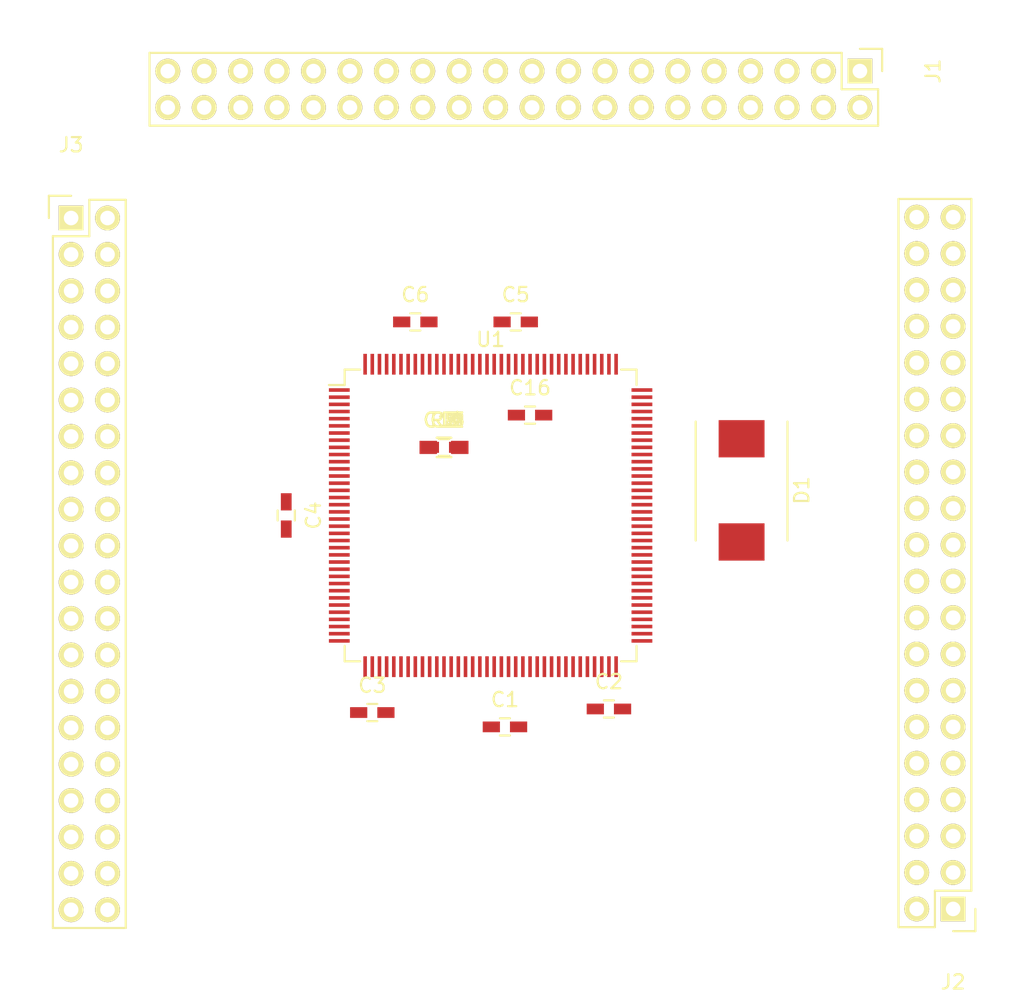
<source format=kicad_pcb>
(kicad_pcb (version 4) (host pcbnew 4.0.4-stable)

  (general
    (links 173)
    (no_connects 157)
    (area 117.466667 77.466666 189.033334 143.375)
    (thickness 1.6)
    (drawings 0)
    (tracks 0)
    (zones 0)
    (modules 24)
    (nets 124)
  )

  (page A4)
  (layers
    (0 F.Cu signal)
    (31 B.Cu signal)
    (32 B.Adhes user)
    (33 F.Adhes user)
    (34 B.Paste user)
    (35 F.Paste user)
    (36 B.SilkS user)
    (37 F.SilkS user)
    (38 B.Mask user)
    (39 F.Mask user)
    (40 Dwgs.User user)
    (41 Cmts.User user)
    (42 Eco1.User user)
    (43 Eco2.User user)
    (44 Edge.Cuts user)
    (45 Margin user)
    (46 B.CrtYd user)
    (47 F.CrtYd user)
    (48 B.Fab user)
    (49 F.Fab user)
  )

  (setup
    (last_trace_width 0.25)
    (trace_clearance 0.2)
    (zone_clearance 0.508)
    (zone_45_only no)
    (trace_min 0.2)
    (segment_width 0.2)
    (edge_width 0.15)
    (via_size 0.6)
    (via_drill 0.4)
    (via_min_size 0.4)
    (via_min_drill 0.3)
    (uvia_size 0.3)
    (uvia_drill 0.1)
    (uvias_allowed no)
    (uvia_min_size 0.2)
    (uvia_min_drill 0.1)
    (pcb_text_width 0.3)
    (pcb_text_size 1.5 1.5)
    (mod_edge_width 0.15)
    (mod_text_size 1 1)
    (mod_text_width 0.15)
    (pad_size 1.524 1.524)
    (pad_drill 0.762)
    (pad_to_mask_clearance 0.2)
    (aux_axis_origin 0 0)
    (visible_elements 7FFFFFFF)
    (pcbplotparams
      (layerselection 0x00030_80000001)
      (usegerberextensions false)
      (excludeedgelayer true)
      (linewidth 0.100000)
      (plotframeref false)
      (viasonmask false)
      (mode 1)
      (useauxorigin false)
      (hpglpennumber 1)
      (hpglpenspeed 20)
      (hpglpendiameter 15)
      (hpglpenoverlay 2)
      (psnegative false)
      (psa4output false)
      (plotreference true)
      (plotvalue true)
      (plotinvisibletext false)
      (padsonsilk false)
      (subtractmaskfromsilk false)
      (outputformat 1)
      (mirror false)
      (drillshape 1)
      (scaleselection 1)
      (outputdirectory ""))
  )

  (net 0 "")
  (net 1 "Net-(C1-Pad1)")
  (net 2 GND)
  (net 3 +3V3)
  (net 4 VCC)
  (net 5 "Net-(C7-Pad1)")
  (net 6 "Net-(D1-Pad1)")
  (net 7 +5V)
  (net 8 /Connectors/IO0_168)
  (net 9 /Connectors/IO0_169)
  (net 10 /Connectors/IO0_170)
  (net 11 /Connectors/IO0_171)
  (net 12 /Connectors/IO0_172)
  (net 13 /Connectors/IO0_173)
  (net 14 /Connectors/IO0_174)
  (net 15 /Connectors/IO0_177)
  (net 16 /Connectors/IO0_178)
  (net 17 /Connectors/IO0_179)
  (net 18 /Connectors/IO0_181)
  (net 19 /Connectors/IO0_190)
  (net 20 /Connectors/IO0_191)
  (net 21 /Connectors/IO0_192)
  (net 22 /Connectors/IO0_197)
  (net 23 /Connectors/IO0_206)
  (net 24 /Connectors/IO0_212)
  (net 25 /Connectors/IO0_213)
  (net 26 /Connectors/IO0_214)
  (net 27 /Connectors/IO0_215)
  (net 28 /Connectors/IO0_216)
  (net 29 /Connectors/IO0_217)
  (net 30 /Connectors/IO0_219)
  (net 31 /Connectors/IO0_220)
  (net 32 /Connectors/IO0_221)
  (net 33 /Connectors/IO0_222)
  (net 34 /Connectors/IO1_109)
  (net 35 /Connectors/IO1_110)
  (net 36 /Connectors/IO1_111)
  (net 37 /Connectors/IO1_112)
  (net 38 /Connectors/IO1_114)
  (net 39 /Connectors/IO1_115)
  (net 40 /Connectors/IO1_116)
  (net 41 /Connectors/IO1_117)
  (net 42 /Connectors/IO1_118)
  (net 43 /Connectors/IO1_119)
  (net 44 /Connectors/IO1_120)
  (net 45 /Connectors/IO1_128)
  (net 46 /Connectors/IO1_136)
  (net 47 /Connectors/IO1_137)
  (net 48 /Connectors/IO1_138)
  (net 49 /Connectors/IO1_139)
  (net 50 /Connectors/IO1_140)
  (net 51 /Connectors/IO1_141)
  (net 52 /Connectors/IO1_144)
  (net 53 /Connectors/IO1_146)
  (net 54 /Connectors/IO1_147)
  (net 55 /Connectors/IO1_148)
  (net 56 /Connectors/IO1_152)
  (net 57 /Connectors/IO1_160)
  (net 58 /Connectors/IO1_161)
  (net 59 /Connectors/IO1_164)
  (net 60 /Connectors/IO1_165)
  (net 61 /Connectors/IO1_166)
  (net 62 /Connectors/IO1_167)
  (net 63 /Connectors/IO2_56)
  (net 64 /Connectors/IO2_57)
  (net 65 /Connectors/IO2_61)
  (net 66 /Connectors/IO2_63)
  (net 67 /Connectors/IO2_64)
  (net 68 /Connectors/IO2_71)
  (net 69 /Connectors/IO2_72)
  (net 70 /Connectors/IO2_73)
  (net 71 /Connectors/IO2_79)
  (net 72 /Connectors/IO2_80)
  (net 73 /Connectors/IO2_81)
  (net 74 /Connectors/IO2_82)
  (net 75 /Connectors/IO2_91)
  (net 76 /Connectors/IO2_94)
  (net 77 /Connectors/IO2_95)
  (net 78 /Connectors/IO2_96)
  (net 79 /Connectors/IO2_102)
  (net 80 /Connectors/IO2_103)
  (net 81 /Connectors/IO2_104)
  (net 82 /Connectors/IO3_21)
  (net 83 /Connectors/IO3_22)
  (net 84 /Connectors/IO3_31)
  (net 85 /Connectors/IO3_32)
  (net 86 /Connectors/IO3_41)
  (net 87 /Connectors/IO3_42)
  (net 88 /Connectors/IO3_51)
  (net 89 /Connectors/IO3_52)
  (net 90 /Connectors/IO3_81)
  (net 91 /Connectors/IO3_82)
  (net 92 /Connectors/IO3_101)
  (net 93 /Connectors/IO3_102)
  (net 94 /Connectors/IO3_121)
  (net 95 /Connectors/IO3_122)
  (net 96 /Connectors/IO3_131)
  (net 97 /Connectors/IO3_132)
  (net 98 /Connectors/IO3_141)
  (net 99 /Connectors/IO3_142)
  (net 100 /Connectors/IO3_171)
  (net 101 /Connectors/IO3_172)
  (net 102 /Connectors/IO3_181)
  (net 103 /Connectors/IO3_182)
  (net 104 /Connectors/IO3_231)
  (net 105 /Connectors/IO3_232)
  (net 106 /Connectors/IO3_241)
  (net 107 /Connectors/IO3_242)
  (net 108 /Connectors/IO3_251)
  (net 109 /Connectors/IO3_252)
  (net 110 /FPGA/~SS)
  (net 111 /FPGA/DONE)
  (net 112 /FPGA/RESET)
  (net 113 /FPGA/SDO)
  (net 114 /FPGA/SDI)
  (net 115 /FPGA/SCK)
  (net 116 "Net-(U1-Pad109)")
  (net 117 "Net-(J2-Pad3)")
  (net 118 "Net-(J2-Pad4)")
  (net 119 "Net-(J2-Pad5)")
  (net 120 "Net-(J2-Pad6)")
  (net 121 "Net-(J2-Pad7)")
  (net 122 "Net-(J2-Pad8)")
  (net 123 /FPGA/IO0_198)

  (net_class Default "This is the default net class."
    (clearance 0.2)
    (trace_width 0.25)
    (via_dia 0.6)
    (via_drill 0.4)
    (uvia_dia 0.3)
    (uvia_drill 0.1)
    (add_net +3V3)
    (add_net +5V)
    (add_net /Connectors/IO0_168)
    (add_net /Connectors/IO0_169)
    (add_net /Connectors/IO0_170)
    (add_net /Connectors/IO0_171)
    (add_net /Connectors/IO0_172)
    (add_net /Connectors/IO0_173)
    (add_net /Connectors/IO0_174)
    (add_net /Connectors/IO0_177)
    (add_net /Connectors/IO0_178)
    (add_net /Connectors/IO0_179)
    (add_net /Connectors/IO0_181)
    (add_net /Connectors/IO0_190)
    (add_net /Connectors/IO0_191)
    (add_net /Connectors/IO0_192)
    (add_net /Connectors/IO0_197)
    (add_net /Connectors/IO0_206)
    (add_net /Connectors/IO0_212)
    (add_net /Connectors/IO0_213)
    (add_net /Connectors/IO0_214)
    (add_net /Connectors/IO0_215)
    (add_net /Connectors/IO0_216)
    (add_net /Connectors/IO0_217)
    (add_net /Connectors/IO0_219)
    (add_net /Connectors/IO0_220)
    (add_net /Connectors/IO0_221)
    (add_net /Connectors/IO0_222)
    (add_net /Connectors/IO1_109)
    (add_net /Connectors/IO1_110)
    (add_net /Connectors/IO1_111)
    (add_net /Connectors/IO1_112)
    (add_net /Connectors/IO1_114)
    (add_net /Connectors/IO1_115)
    (add_net /Connectors/IO1_116)
    (add_net /Connectors/IO1_117)
    (add_net /Connectors/IO1_118)
    (add_net /Connectors/IO1_119)
    (add_net /Connectors/IO1_120)
    (add_net /Connectors/IO1_128)
    (add_net /Connectors/IO1_136)
    (add_net /Connectors/IO1_137)
    (add_net /Connectors/IO1_138)
    (add_net /Connectors/IO1_139)
    (add_net /Connectors/IO1_140)
    (add_net /Connectors/IO1_141)
    (add_net /Connectors/IO1_144)
    (add_net /Connectors/IO1_146)
    (add_net /Connectors/IO1_147)
    (add_net /Connectors/IO1_148)
    (add_net /Connectors/IO1_152)
    (add_net /Connectors/IO1_160)
    (add_net /Connectors/IO1_161)
    (add_net /Connectors/IO1_164)
    (add_net /Connectors/IO1_165)
    (add_net /Connectors/IO1_166)
    (add_net /Connectors/IO1_167)
    (add_net /Connectors/IO2_102)
    (add_net /Connectors/IO2_103)
    (add_net /Connectors/IO2_104)
    (add_net /Connectors/IO2_56)
    (add_net /Connectors/IO2_57)
    (add_net /Connectors/IO2_61)
    (add_net /Connectors/IO2_63)
    (add_net /Connectors/IO2_64)
    (add_net /Connectors/IO2_71)
    (add_net /Connectors/IO2_72)
    (add_net /Connectors/IO2_73)
    (add_net /Connectors/IO2_79)
    (add_net /Connectors/IO2_80)
    (add_net /Connectors/IO2_81)
    (add_net /Connectors/IO2_82)
    (add_net /Connectors/IO2_91)
    (add_net /Connectors/IO2_94)
    (add_net /Connectors/IO2_95)
    (add_net /Connectors/IO2_96)
    (add_net /Connectors/IO3_101)
    (add_net /Connectors/IO3_102)
    (add_net /Connectors/IO3_121)
    (add_net /Connectors/IO3_122)
    (add_net /Connectors/IO3_131)
    (add_net /Connectors/IO3_132)
    (add_net /Connectors/IO3_141)
    (add_net /Connectors/IO3_142)
    (add_net /Connectors/IO3_171)
    (add_net /Connectors/IO3_172)
    (add_net /Connectors/IO3_181)
    (add_net /Connectors/IO3_182)
    (add_net /Connectors/IO3_21)
    (add_net /Connectors/IO3_22)
    (add_net /Connectors/IO3_231)
    (add_net /Connectors/IO3_232)
    (add_net /Connectors/IO3_241)
    (add_net /Connectors/IO3_242)
    (add_net /Connectors/IO3_251)
    (add_net /Connectors/IO3_252)
    (add_net /Connectors/IO3_31)
    (add_net /Connectors/IO3_32)
    (add_net /Connectors/IO3_41)
    (add_net /Connectors/IO3_42)
    (add_net /Connectors/IO3_51)
    (add_net /Connectors/IO3_52)
    (add_net /Connectors/IO3_81)
    (add_net /Connectors/IO3_82)
    (add_net /FPGA/DONE)
    (add_net /FPGA/IO0_198)
    (add_net /FPGA/RESET)
    (add_net /FPGA/SCK)
    (add_net /FPGA/SDI)
    (add_net /FPGA/SDO)
    (add_net /FPGA/~SS)
    (add_net GND)
    (add_net "Net-(C1-Pad1)")
    (add_net "Net-(C7-Pad1)")
    (add_net "Net-(D1-Pad1)")
    (add_net "Net-(J2-Pad3)")
    (add_net "Net-(J2-Pad4)")
    (add_net "Net-(J2-Pad5)")
    (add_net "Net-(J2-Pad6)")
    (add_net "Net-(J2-Pad7)")
    (add_net "Net-(J2-Pad8)")
    (add_net "Net-(U1-Pad109)")
    (add_net VCC)
  )

  (module Capacitors_SMD:C_0603_HandSoldering (layer F.Cu) (tedit 541A9B4D) (tstamp 57DBBB4B)
    (at 152.75 124.5)
    (descr "Capacitor SMD 0603, hand soldering")
    (tags "capacitor 0603")
    (path /57DAC76D/57DAED6E)
    (attr smd)
    (fp_text reference C1 (at 0 -1.9) (layer F.SilkS)
      (effects (font (size 1 1) (thickness 0.15)))
    )
    (fp_text value C_Small (at 0 1.9) (layer F.Fab)
      (effects (font (size 1 1) (thickness 0.15)))
    )
    (fp_line (start -1.85 -0.75) (end 1.85 -0.75) (layer F.CrtYd) (width 0.05))
    (fp_line (start -1.85 0.75) (end 1.85 0.75) (layer F.CrtYd) (width 0.05))
    (fp_line (start -1.85 -0.75) (end -1.85 0.75) (layer F.CrtYd) (width 0.05))
    (fp_line (start 1.85 -0.75) (end 1.85 0.75) (layer F.CrtYd) (width 0.05))
    (fp_line (start -0.35 -0.6) (end 0.35 -0.6) (layer F.SilkS) (width 0.15))
    (fp_line (start 0.35 0.6) (end -0.35 0.6) (layer F.SilkS) (width 0.15))
    (pad 1 smd rect (at -0.95 0) (size 1.2 0.75) (layers F.Cu F.Paste F.Mask)
      (net 1 "Net-(C1-Pad1)"))
    (pad 2 smd rect (at 0.95 0) (size 1.2 0.75) (layers F.Cu F.Paste F.Mask)
      (net 2 GND))
    (model Capacitors_SMD.3dshapes/C_0603_HandSoldering.wrl
      (at (xyz 0 0 0))
      (scale (xyz 1 1 1))
      (rotate (xyz 0 0 0))
    )
  )

  (module Capacitors_SMD:C_0603_HandSoldering (layer F.Cu) (tedit 541A9B4D) (tstamp 57DBBB51)
    (at 160 123.25)
    (descr "Capacitor SMD 0603, hand soldering")
    (tags "capacitor 0603")
    (path /57DAC76D/57DB7DB4)
    (attr smd)
    (fp_text reference C2 (at 0 -1.9) (layer F.SilkS)
      (effects (font (size 1 1) (thickness 0.15)))
    )
    (fp_text value C_Small (at 0 1.9) (layer F.Fab)
      (effects (font (size 1 1) (thickness 0.15)))
    )
    (fp_line (start -1.85 -0.75) (end 1.85 -0.75) (layer F.CrtYd) (width 0.05))
    (fp_line (start -1.85 0.75) (end 1.85 0.75) (layer F.CrtYd) (width 0.05))
    (fp_line (start -1.85 -0.75) (end -1.85 0.75) (layer F.CrtYd) (width 0.05))
    (fp_line (start 1.85 -0.75) (end 1.85 0.75) (layer F.CrtYd) (width 0.05))
    (fp_line (start -0.35 -0.6) (end 0.35 -0.6) (layer F.SilkS) (width 0.15))
    (fp_line (start 0.35 0.6) (end -0.35 0.6) (layer F.SilkS) (width 0.15))
    (pad 1 smd rect (at -0.95 0) (size 1.2 0.75) (layers F.Cu F.Paste F.Mask)
      (net 2 GND))
    (pad 2 smd rect (at 0.95 0) (size 1.2 0.75) (layers F.Cu F.Paste F.Mask)
      (net 3 +3V3))
    (model Capacitors_SMD.3dshapes/C_0603_HandSoldering.wrl
      (at (xyz 0 0 0))
      (scale (xyz 1 1 1))
      (rotate (xyz 0 0 0))
    )
  )

  (module Capacitors_SMD:C_0603_HandSoldering (layer F.Cu) (tedit 541A9B4D) (tstamp 57DBBB57)
    (at 143.5 123.5)
    (descr "Capacitor SMD 0603, hand soldering")
    (tags "capacitor 0603")
    (path /57DAC76D/57DAFB55)
    (attr smd)
    (fp_text reference C3 (at 0 -1.9) (layer F.SilkS)
      (effects (font (size 1 1) (thickness 0.15)))
    )
    (fp_text value C_Small (at 0 1.9) (layer F.Fab)
      (effects (font (size 1 1) (thickness 0.15)))
    )
    (fp_line (start -1.85 -0.75) (end 1.85 -0.75) (layer F.CrtYd) (width 0.05))
    (fp_line (start -1.85 0.75) (end 1.85 0.75) (layer F.CrtYd) (width 0.05))
    (fp_line (start -1.85 -0.75) (end -1.85 0.75) (layer F.CrtYd) (width 0.05))
    (fp_line (start 1.85 -0.75) (end 1.85 0.75) (layer F.CrtYd) (width 0.05))
    (fp_line (start -0.35 -0.6) (end 0.35 -0.6) (layer F.SilkS) (width 0.15))
    (fp_line (start 0.35 0.6) (end -0.35 0.6) (layer F.SilkS) (width 0.15))
    (pad 1 smd rect (at -0.95 0) (size 1.2 0.75) (layers F.Cu F.Paste F.Mask)
      (net 2 GND))
    (pad 2 smd rect (at 0.95 0) (size 1.2 0.75) (layers F.Cu F.Paste F.Mask)
      (net 4 VCC))
    (model Capacitors_SMD.3dshapes/C_0603_HandSoldering.wrl
      (at (xyz 0 0 0))
      (scale (xyz 1 1 1))
      (rotate (xyz 0 0 0))
    )
  )

  (module Capacitors_SMD:C_0603_HandSoldering (layer F.Cu) (tedit 541A9B4D) (tstamp 57DBBB5D)
    (at 137.5 109.75 270)
    (descr "Capacitor SMD 0603, hand soldering")
    (tags "capacitor 0603")
    (path /57DAC76D/57DAFAC7)
    (attr smd)
    (fp_text reference C4 (at 0 -1.9 270) (layer F.SilkS)
      (effects (font (size 1 1) (thickness 0.15)))
    )
    (fp_text value C_Small (at 0 1.9 270) (layer F.Fab)
      (effects (font (size 1 1) (thickness 0.15)))
    )
    (fp_line (start -1.85 -0.75) (end 1.85 -0.75) (layer F.CrtYd) (width 0.05))
    (fp_line (start -1.85 0.75) (end 1.85 0.75) (layer F.CrtYd) (width 0.05))
    (fp_line (start -1.85 -0.75) (end -1.85 0.75) (layer F.CrtYd) (width 0.05))
    (fp_line (start 1.85 -0.75) (end 1.85 0.75) (layer F.CrtYd) (width 0.05))
    (fp_line (start -0.35 -0.6) (end 0.35 -0.6) (layer F.SilkS) (width 0.15))
    (fp_line (start 0.35 0.6) (end -0.35 0.6) (layer F.SilkS) (width 0.15))
    (pad 1 smd rect (at -0.95 0 270) (size 1.2 0.75) (layers F.Cu F.Paste F.Mask)
      (net 2 GND))
    (pad 2 smd rect (at 0.95 0 270) (size 1.2 0.75) (layers F.Cu F.Paste F.Mask)
      (net 4 VCC))
    (model Capacitors_SMD.3dshapes/C_0603_HandSoldering.wrl
      (at (xyz 0 0 0))
      (scale (xyz 1 1 1))
      (rotate (xyz 0 0 0))
    )
  )

  (module Capacitors_SMD:C_0603_HandSoldering (layer F.Cu) (tedit 541A9B4D) (tstamp 57DBBB63)
    (at 153.5 96.25)
    (descr "Capacitor SMD 0603, hand soldering")
    (tags "capacitor 0603")
    (path /57DAC76D/57DAFA70)
    (attr smd)
    (fp_text reference C5 (at 0 -1.9) (layer F.SilkS)
      (effects (font (size 1 1) (thickness 0.15)))
    )
    (fp_text value C_Small (at 0 1.9) (layer F.Fab)
      (effects (font (size 1 1) (thickness 0.15)))
    )
    (fp_line (start -1.85 -0.75) (end 1.85 -0.75) (layer F.CrtYd) (width 0.05))
    (fp_line (start -1.85 0.75) (end 1.85 0.75) (layer F.CrtYd) (width 0.05))
    (fp_line (start -1.85 -0.75) (end -1.85 0.75) (layer F.CrtYd) (width 0.05))
    (fp_line (start 1.85 -0.75) (end 1.85 0.75) (layer F.CrtYd) (width 0.05))
    (fp_line (start -0.35 -0.6) (end 0.35 -0.6) (layer F.SilkS) (width 0.15))
    (fp_line (start 0.35 0.6) (end -0.35 0.6) (layer F.SilkS) (width 0.15))
    (pad 1 smd rect (at -0.95 0) (size 1.2 0.75) (layers F.Cu F.Paste F.Mask)
      (net 2 GND))
    (pad 2 smd rect (at 0.95 0) (size 1.2 0.75) (layers F.Cu F.Paste F.Mask)
      (net 4 VCC))
    (model Capacitors_SMD.3dshapes/C_0603_HandSoldering.wrl
      (at (xyz 0 0 0))
      (scale (xyz 1 1 1))
      (rotate (xyz 0 0 0))
    )
  )

  (module Capacitors_SMD:C_0603_HandSoldering (layer F.Cu) (tedit 541A9B4D) (tstamp 57DBBB69)
    (at 146.5 96.25)
    (descr "Capacitor SMD 0603, hand soldering")
    (tags "capacitor 0603")
    (path /57DAC76D/57DAFB1A)
    (attr smd)
    (fp_text reference C6 (at 0 -1.9) (layer F.SilkS)
      (effects (font (size 1 1) (thickness 0.15)))
    )
    (fp_text value C_Small (at 0 1.9) (layer F.Fab)
      (effects (font (size 1 1) (thickness 0.15)))
    )
    (fp_line (start -1.85 -0.75) (end 1.85 -0.75) (layer F.CrtYd) (width 0.05))
    (fp_line (start -1.85 0.75) (end 1.85 0.75) (layer F.CrtYd) (width 0.05))
    (fp_line (start -1.85 -0.75) (end -1.85 0.75) (layer F.CrtYd) (width 0.05))
    (fp_line (start 1.85 -0.75) (end 1.85 0.75) (layer F.CrtYd) (width 0.05))
    (fp_line (start -0.35 -0.6) (end 0.35 -0.6) (layer F.SilkS) (width 0.15))
    (fp_line (start 0.35 0.6) (end -0.35 0.6) (layer F.SilkS) (width 0.15))
    (pad 1 smd rect (at -0.95 0) (size 1.2 0.75) (layers F.Cu F.Paste F.Mask)
      (net 2 GND))
    (pad 2 smd rect (at 0.95 0) (size 1.2 0.75) (layers F.Cu F.Paste F.Mask)
      (net 4 VCC))
    (model Capacitors_SMD.3dshapes/C_0603_HandSoldering.wrl
      (at (xyz 0 0 0))
      (scale (xyz 1 1 1))
      (rotate (xyz 0 0 0))
    )
  )

  (module Capacitors_SMD:C_0603_HandSoldering (layer F.Cu) (tedit 541A9B4D) (tstamp 57DBBB6F)
    (at 148.5011 105.0036)
    (descr "Capacitor SMD 0603, hand soldering")
    (tags "capacitor 0603")
    (path /57DAC76D/57DB28B8)
    (attr smd)
    (fp_text reference C7 (at 0 -1.9) (layer F.SilkS)
      (effects (font (size 1 1) (thickness 0.15)))
    )
    (fp_text value C_Small (at 0 1.9) (layer F.Fab)
      (effects (font (size 1 1) (thickness 0.15)))
    )
    (fp_line (start -1.85 -0.75) (end 1.85 -0.75) (layer F.CrtYd) (width 0.05))
    (fp_line (start -1.85 0.75) (end 1.85 0.75) (layer F.CrtYd) (width 0.05))
    (fp_line (start -1.85 -0.75) (end -1.85 0.75) (layer F.CrtYd) (width 0.05))
    (fp_line (start 1.85 -0.75) (end 1.85 0.75) (layer F.CrtYd) (width 0.05))
    (fp_line (start -0.35 -0.6) (end 0.35 -0.6) (layer F.SilkS) (width 0.15))
    (fp_line (start 0.35 0.6) (end -0.35 0.6) (layer F.SilkS) (width 0.15))
    (pad 1 smd rect (at -0.95 0) (size 1.2 0.75) (layers F.Cu F.Paste F.Mask)
      (net 5 "Net-(C7-Pad1)"))
    (pad 2 smd rect (at 0.95 0) (size 1.2 0.75) (layers F.Cu F.Paste F.Mask)
      (net 2 GND))
    (model Capacitors_SMD.3dshapes/C_0603_HandSoldering.wrl
      (at (xyz 0 0 0))
      (scale (xyz 1 1 1))
      (rotate (xyz 0 0 0))
    )
  )

  (module Capacitors_SMD:C_0603_HandSoldering (layer F.Cu) (tedit 541A9B4D) (tstamp 57DBBB75)
    (at 148.5011 105.0036)
    (descr "Capacitor SMD 0603, hand soldering")
    (tags "capacitor 0603")
    (path /57DAC76D/57DBB751)
    (attr smd)
    (fp_text reference C8 (at 0 -1.9) (layer F.SilkS)
      (effects (font (size 1 1) (thickness 0.15)))
    )
    (fp_text value C_Small (at 0 1.9) (layer F.Fab)
      (effects (font (size 1 1) (thickness 0.15)))
    )
    (fp_line (start -1.85 -0.75) (end 1.85 -0.75) (layer F.CrtYd) (width 0.05))
    (fp_line (start -1.85 0.75) (end 1.85 0.75) (layer F.CrtYd) (width 0.05))
    (fp_line (start -1.85 -0.75) (end -1.85 0.75) (layer F.CrtYd) (width 0.05))
    (fp_line (start 1.85 -0.75) (end 1.85 0.75) (layer F.CrtYd) (width 0.05))
    (fp_line (start -0.35 -0.6) (end 0.35 -0.6) (layer F.SilkS) (width 0.15))
    (fp_line (start 0.35 0.6) (end -0.35 0.6) (layer F.SilkS) (width 0.15))
    (pad 1 smd rect (at -0.95 0) (size 1.2 0.75) (layers F.Cu F.Paste F.Mask)
      (net 3 +3V3))
    (pad 2 smd rect (at 0.95 0) (size 1.2 0.75) (layers F.Cu F.Paste F.Mask)
      (net 2 GND))
    (model Capacitors_SMD.3dshapes/C_0603_HandSoldering.wrl
      (at (xyz 0 0 0))
      (scale (xyz 1 1 1))
      (rotate (xyz 0 0 0))
    )
  )

  (module Capacitors_SMD:C_0603_HandSoldering (layer F.Cu) (tedit 541A9B4D) (tstamp 57DBBB7B)
    (at 148.5011 105.0036)
    (descr "Capacitor SMD 0603, hand soldering")
    (tags "capacitor 0603")
    (path /57DAC76D/57DBADE7)
    (attr smd)
    (fp_text reference C9 (at 0 -1.9) (layer F.SilkS)
      (effects (font (size 1 1) (thickness 0.15)))
    )
    (fp_text value C_Small (at 0 1.9) (layer F.Fab)
      (effects (font (size 1 1) (thickness 0.15)))
    )
    (fp_line (start -1.85 -0.75) (end 1.85 -0.75) (layer F.CrtYd) (width 0.05))
    (fp_line (start -1.85 0.75) (end 1.85 0.75) (layer F.CrtYd) (width 0.05))
    (fp_line (start -1.85 -0.75) (end -1.85 0.75) (layer F.CrtYd) (width 0.05))
    (fp_line (start 1.85 -0.75) (end 1.85 0.75) (layer F.CrtYd) (width 0.05))
    (fp_line (start -0.35 -0.6) (end 0.35 -0.6) (layer F.SilkS) (width 0.15))
    (fp_line (start 0.35 0.6) (end -0.35 0.6) (layer F.SilkS) (width 0.15))
    (pad 1 smd rect (at -0.95 0) (size 1.2 0.75) (layers F.Cu F.Paste F.Mask)
      (net 3 +3V3))
    (pad 2 smd rect (at 0.95 0) (size 1.2 0.75) (layers F.Cu F.Paste F.Mask)
      (net 2 GND))
    (model Capacitors_SMD.3dshapes/C_0603_HandSoldering.wrl
      (at (xyz 0 0 0))
      (scale (xyz 1 1 1))
      (rotate (xyz 0 0 0))
    )
  )

  (module Capacitors_SMD:C_0603_HandSoldering (layer F.Cu) (tedit 541A9B4D) (tstamp 57DBBB81)
    (at 148.5011 105.0036)
    (descr "Capacitor SMD 0603, hand soldering")
    (tags "capacitor 0603")
    (path /57DAC76D/57DC6645)
    (attr smd)
    (fp_text reference C10 (at 0 -1.9) (layer F.SilkS)
      (effects (font (size 1 1) (thickness 0.15)))
    )
    (fp_text value C_Small (at 0 1.9) (layer F.Fab)
      (effects (font (size 1 1) (thickness 0.15)))
    )
    (fp_line (start -1.85 -0.75) (end 1.85 -0.75) (layer F.CrtYd) (width 0.05))
    (fp_line (start -1.85 0.75) (end 1.85 0.75) (layer F.CrtYd) (width 0.05))
    (fp_line (start -1.85 -0.75) (end -1.85 0.75) (layer F.CrtYd) (width 0.05))
    (fp_line (start 1.85 -0.75) (end 1.85 0.75) (layer F.CrtYd) (width 0.05))
    (fp_line (start -0.35 -0.6) (end 0.35 -0.6) (layer F.SilkS) (width 0.15))
    (fp_line (start 0.35 0.6) (end -0.35 0.6) (layer F.SilkS) (width 0.15))
    (pad 1 smd rect (at -0.95 0) (size 1.2 0.75) (layers F.Cu F.Paste F.Mask)
      (net 3 +3V3))
    (pad 2 smd rect (at 0.95 0) (size 1.2 0.75) (layers F.Cu F.Paste F.Mask)
      (net 2 GND))
    (model Capacitors_SMD.3dshapes/C_0603_HandSoldering.wrl
      (at (xyz 0 0 0))
      (scale (xyz 1 1 1))
      (rotate (xyz 0 0 0))
    )
  )

  (module Capacitors_SMD:C_0603_HandSoldering (layer F.Cu) (tedit 541A9B4D) (tstamp 57DBBB87)
    (at 148.5011 105.0036)
    (descr "Capacitor SMD 0603, hand soldering")
    (tags "capacitor 0603")
    (path /57DAC76D/57DC663F)
    (attr smd)
    (fp_text reference C11 (at 0 -1.9) (layer F.SilkS)
      (effects (font (size 1 1) (thickness 0.15)))
    )
    (fp_text value C_Small (at 0 1.9) (layer F.Fab)
      (effects (font (size 1 1) (thickness 0.15)))
    )
    (fp_line (start -1.85 -0.75) (end 1.85 -0.75) (layer F.CrtYd) (width 0.05))
    (fp_line (start -1.85 0.75) (end 1.85 0.75) (layer F.CrtYd) (width 0.05))
    (fp_line (start -1.85 -0.75) (end -1.85 0.75) (layer F.CrtYd) (width 0.05))
    (fp_line (start 1.85 -0.75) (end 1.85 0.75) (layer F.CrtYd) (width 0.05))
    (fp_line (start -0.35 -0.6) (end 0.35 -0.6) (layer F.SilkS) (width 0.15))
    (fp_line (start 0.35 0.6) (end -0.35 0.6) (layer F.SilkS) (width 0.15))
    (pad 1 smd rect (at -0.95 0) (size 1.2 0.75) (layers F.Cu F.Paste F.Mask)
      (net 3 +3V3))
    (pad 2 smd rect (at 0.95 0) (size 1.2 0.75) (layers F.Cu F.Paste F.Mask)
      (net 2 GND))
    (model Capacitors_SMD.3dshapes/C_0603_HandSoldering.wrl
      (at (xyz 0 0 0))
      (scale (xyz 1 1 1))
      (rotate (xyz 0 0 0))
    )
  )

  (module Capacitors_SMD:C_0603_HandSoldering (layer F.Cu) (tedit 541A9B4D) (tstamp 57DBBB8D)
    (at 148.5011 105.0036)
    (descr "Capacitor SMD 0603, hand soldering")
    (tags "capacitor 0603")
    (path /57DAC76D/57DC9D00)
    (attr smd)
    (fp_text reference C12 (at 0 -1.9) (layer F.SilkS)
      (effects (font (size 1 1) (thickness 0.15)))
    )
    (fp_text value C_Small (at 0 1.9) (layer F.Fab)
      (effects (font (size 1 1) (thickness 0.15)))
    )
    (fp_line (start -1.85 -0.75) (end 1.85 -0.75) (layer F.CrtYd) (width 0.05))
    (fp_line (start -1.85 0.75) (end 1.85 0.75) (layer F.CrtYd) (width 0.05))
    (fp_line (start -1.85 -0.75) (end -1.85 0.75) (layer F.CrtYd) (width 0.05))
    (fp_line (start 1.85 -0.75) (end 1.85 0.75) (layer F.CrtYd) (width 0.05))
    (fp_line (start -0.35 -0.6) (end 0.35 -0.6) (layer F.SilkS) (width 0.15))
    (fp_line (start 0.35 0.6) (end -0.35 0.6) (layer F.SilkS) (width 0.15))
    (pad 1 smd rect (at -0.95 0) (size 1.2 0.75) (layers F.Cu F.Paste F.Mask)
      (net 3 +3V3))
    (pad 2 smd rect (at 0.95 0) (size 1.2 0.75) (layers F.Cu F.Paste F.Mask)
      (net 2 GND))
    (model Capacitors_SMD.3dshapes/C_0603_HandSoldering.wrl
      (at (xyz 0 0 0))
      (scale (xyz 1 1 1))
      (rotate (xyz 0 0 0))
    )
  )

  (module Capacitors_SMD:C_0603_HandSoldering (layer F.Cu) (tedit 541A9B4D) (tstamp 57DBBB93)
    (at 148.5011 105.0036)
    (descr "Capacitor SMD 0603, hand soldering")
    (tags "capacitor 0603")
    (path /57DAC76D/57DC9CFA)
    (attr smd)
    (fp_text reference C13 (at 0 -1.9) (layer F.SilkS)
      (effects (font (size 1 1) (thickness 0.15)))
    )
    (fp_text value C_Small (at 0 1.9) (layer F.Fab)
      (effects (font (size 1 1) (thickness 0.15)))
    )
    (fp_line (start -1.85 -0.75) (end 1.85 -0.75) (layer F.CrtYd) (width 0.05))
    (fp_line (start -1.85 0.75) (end 1.85 0.75) (layer F.CrtYd) (width 0.05))
    (fp_line (start -1.85 -0.75) (end -1.85 0.75) (layer F.CrtYd) (width 0.05))
    (fp_line (start 1.85 -0.75) (end 1.85 0.75) (layer F.CrtYd) (width 0.05))
    (fp_line (start -0.35 -0.6) (end 0.35 -0.6) (layer F.SilkS) (width 0.15))
    (fp_line (start 0.35 0.6) (end -0.35 0.6) (layer F.SilkS) (width 0.15))
    (pad 1 smd rect (at -0.95 0) (size 1.2 0.75) (layers F.Cu F.Paste F.Mask)
      (net 3 +3V3))
    (pad 2 smd rect (at 0.95 0) (size 1.2 0.75) (layers F.Cu F.Paste F.Mask)
      (net 2 GND))
    (model Capacitors_SMD.3dshapes/C_0603_HandSoldering.wrl
      (at (xyz 0 0 0))
      (scale (xyz 1 1 1))
      (rotate (xyz 0 0 0))
    )
  )

  (module Capacitors_SMD:C_0603_HandSoldering (layer F.Cu) (tedit 541A9B4D) (tstamp 57DBBB99)
    (at 148.5011 105.0036)
    (descr "Capacitor SMD 0603, hand soldering")
    (tags "capacitor 0603")
    (path /57DAC76D/57DCE13B)
    (attr smd)
    (fp_text reference C14 (at 0 -1.9) (layer F.SilkS)
      (effects (font (size 1 1) (thickness 0.15)))
    )
    (fp_text value C_Small (at 0 1.9) (layer F.Fab)
      (effects (font (size 1 1) (thickness 0.15)))
    )
    (fp_line (start -1.85 -0.75) (end 1.85 -0.75) (layer F.CrtYd) (width 0.05))
    (fp_line (start -1.85 0.75) (end 1.85 0.75) (layer F.CrtYd) (width 0.05))
    (fp_line (start -1.85 -0.75) (end -1.85 0.75) (layer F.CrtYd) (width 0.05))
    (fp_line (start 1.85 -0.75) (end 1.85 0.75) (layer F.CrtYd) (width 0.05))
    (fp_line (start -0.35 -0.6) (end 0.35 -0.6) (layer F.SilkS) (width 0.15))
    (fp_line (start 0.35 0.6) (end -0.35 0.6) (layer F.SilkS) (width 0.15))
    (pad 1 smd rect (at -0.95 0) (size 1.2 0.75) (layers F.Cu F.Paste F.Mask)
      (net 3 +3V3))
    (pad 2 smd rect (at 0.95 0) (size 1.2 0.75) (layers F.Cu F.Paste F.Mask)
      (net 2 GND))
    (model Capacitors_SMD.3dshapes/C_0603_HandSoldering.wrl
      (at (xyz 0 0 0))
      (scale (xyz 1 1 1))
      (rotate (xyz 0 0 0))
    )
  )

  (module Capacitors_SMD:C_0603_HandSoldering (layer F.Cu) (tedit 541A9B4D) (tstamp 57DBBB9F)
    (at 148.5011 105.0036)
    (descr "Capacitor SMD 0603, hand soldering")
    (tags "capacitor 0603")
    (path /57DAC76D/57DCE135)
    (attr smd)
    (fp_text reference C15 (at 0 -1.9) (layer F.SilkS)
      (effects (font (size 1 1) (thickness 0.15)))
    )
    (fp_text value C_Small (at 0 1.9) (layer F.Fab)
      (effects (font (size 1 1) (thickness 0.15)))
    )
    (fp_line (start -1.85 -0.75) (end 1.85 -0.75) (layer F.CrtYd) (width 0.05))
    (fp_line (start -1.85 0.75) (end 1.85 0.75) (layer F.CrtYd) (width 0.05))
    (fp_line (start -1.85 -0.75) (end -1.85 0.75) (layer F.CrtYd) (width 0.05))
    (fp_line (start 1.85 -0.75) (end 1.85 0.75) (layer F.CrtYd) (width 0.05))
    (fp_line (start -0.35 -0.6) (end 0.35 -0.6) (layer F.SilkS) (width 0.15))
    (fp_line (start 0.35 0.6) (end -0.35 0.6) (layer F.SilkS) (width 0.15))
    (pad 1 smd rect (at -0.95 0) (size 1.2 0.75) (layers F.Cu F.Paste F.Mask)
      (net 3 +3V3))
    (pad 2 smd rect (at 0.95 0) (size 1.2 0.75) (layers F.Cu F.Paste F.Mask)
      (net 2 GND))
    (model Capacitors_SMD.3dshapes/C_0603_HandSoldering.wrl
      (at (xyz 0 0 0))
      (scale (xyz 1 1 1))
      (rotate (xyz 0 0 0))
    )
  )

  (module Diodes_SMD:DO-214AB (layer F.Cu) (tedit 55429DAE) (tstamp 57DBBBA5)
    (at 169.25 108 270)
    (descr "Jedec DO-214AB diode package. Designed according to Fairchild SS32 datasheet.")
    (tags "DO-214AB diode")
    (path /57DAC76D/57DB09F0)
    (attr smd)
    (fp_text reference D1 (at 0 -4.2 270) (layer F.SilkS)
      (effects (font (size 1 1) (thickness 0.15)))
    )
    (fp_text value BAS70J (at 0 4.6 270) (layer F.Fab)
      (effects (font (size 1 1) (thickness 0.15)))
    )
    (fp_line (start -5.15 -3.45) (end 5.15 -3.45) (layer F.CrtYd) (width 0.05))
    (fp_line (start 5.15 -3.45) (end 5.15 3.45) (layer F.CrtYd) (width 0.05))
    (fp_line (start 5.15 3.45) (end -5.15 3.45) (layer F.CrtYd) (width 0.05))
    (fp_line (start -5.15 3.45) (end -5.15 -3.45) (layer F.CrtYd) (width 0.05))
    (fp_line (start 3.5 3.2) (end -4.8 3.2) (layer F.SilkS) (width 0.15))
    (fp_line (start -4.8 -3.2) (end 3.5 -3.2) (layer F.SilkS) (width 0.15))
    (pad 2 smd rect (at 3.6 0 270) (size 2.6 3.2) (layers F.Cu F.Paste F.Mask)
      (net 3 +3V3))
    (pad 1 smd rect (at -3.6 0 270) (size 2.6 3.2) (layers F.Cu F.Paste F.Mask)
      (net 6 "Net-(D1-Pad1)"))
    (model Diodes_SMD.3dshapes/DO-214AB.wrl
      (at (xyz 0 0 0))
      (scale (xyz 0.39 0.39 0.39))
      (rotate (xyz 0 0 180))
    )
  )

  (module Pin_Headers:Pin_Header_Straight_2x20 (layer F.Cu) (tedit 0) (tstamp 57DBBBD1)
    (at 177.5 78.75 270)
    (descr "Through hole pin header")
    (tags "pin header")
    (path /57DA6CA2/57DBC5B4)
    (fp_text reference J1 (at 0 -5.1 270) (layer F.SilkS)
      (effects (font (size 1 1) (thickness 0.15)))
    )
    (fp_text value CONN_02X20 (at 0 -3.1 270) (layer F.Fab)
      (effects (font (size 1 1) (thickness 0.15)))
    )
    (fp_line (start -1.75 -1.75) (end -1.75 50.05) (layer F.CrtYd) (width 0.05))
    (fp_line (start 4.3 -1.75) (end 4.3 50.05) (layer F.CrtYd) (width 0.05))
    (fp_line (start -1.75 -1.75) (end 4.3 -1.75) (layer F.CrtYd) (width 0.05))
    (fp_line (start -1.75 50.05) (end 4.3 50.05) (layer F.CrtYd) (width 0.05))
    (fp_line (start 3.81 49.53) (end 3.81 -1.27) (layer F.SilkS) (width 0.15))
    (fp_line (start -1.27 1.27) (end -1.27 49.53) (layer F.SilkS) (width 0.15))
    (fp_line (start 3.81 49.53) (end -1.27 49.53) (layer F.SilkS) (width 0.15))
    (fp_line (start 3.81 -1.27) (end 1.27 -1.27) (layer F.SilkS) (width 0.15))
    (fp_line (start 0 -1.55) (end -1.55 -1.55) (layer F.SilkS) (width 0.15))
    (fp_line (start 1.27 -1.27) (end 1.27 1.27) (layer F.SilkS) (width 0.15))
    (fp_line (start 1.27 1.27) (end -1.27 1.27) (layer F.SilkS) (width 0.15))
    (fp_line (start -1.55 -1.55) (end -1.55 0) (layer F.SilkS) (width 0.15))
    (pad 1 thru_hole rect (at 0 0 270) (size 1.7272 1.7272) (drill 1.016) (layers *.Cu *.Mask F.SilkS)
      (net 3 +3V3))
    (pad 2 thru_hole oval (at 2.54 0 270) (size 1.7272 1.7272) (drill 1.016) (layers *.Cu *.Mask F.SilkS)
      (net 7 +5V))
    (pad 3 thru_hole oval (at 0 2.54 270) (size 1.7272 1.7272) (drill 1.016) (layers *.Cu *.Mask F.SilkS)
      (net 54 /Connectors/IO1_147))
    (pad 4 thru_hole oval (at 2.54 2.54 270) (size 1.7272 1.7272) (drill 1.016) (layers *.Cu *.Mask F.SilkS)
      (net 53 /Connectors/IO1_146))
    (pad 5 thru_hole oval (at 0 5.08 270) (size 1.7272 1.7272) (drill 1.016) (layers *.Cu *.Mask F.SilkS)
      (net 56 /Connectors/IO1_152))
    (pad 6 thru_hole oval (at 2.54 5.08 270) (size 1.7272 1.7272) (drill 1.016) (layers *.Cu *.Mask F.SilkS)
      (net 55 /Connectors/IO1_148))
    (pad 7 thru_hole oval (at 0 7.62 270) (size 1.7272 1.7272) (drill 1.016) (layers *.Cu *.Mask F.SilkS)
      (net 58 /Connectors/IO1_161))
    (pad 8 thru_hole oval (at 2.54 7.62 270) (size 1.7272 1.7272) (drill 1.016) (layers *.Cu *.Mask F.SilkS)
      (net 57 /Connectors/IO1_160))
    (pad 9 thru_hole oval (at 0 10.16 270) (size 1.7272 1.7272) (drill 1.016) (layers *.Cu *.Mask F.SilkS)
      (net 60 /Connectors/IO1_165))
    (pad 10 thru_hole oval (at 2.54 10.16 270) (size 1.7272 1.7272) (drill 1.016) (layers *.Cu *.Mask F.SilkS)
      (net 59 /Connectors/IO1_164))
    (pad 11 thru_hole oval (at 0 12.7 270) (size 1.7272 1.7272) (drill 1.016) (layers *.Cu *.Mask F.SilkS)
      (net 62 /Connectors/IO1_167))
    (pad 12 thru_hole oval (at 2.54 12.7 270) (size 1.7272 1.7272) (drill 1.016) (layers *.Cu *.Mask F.SilkS)
      (net 61 /Connectors/IO1_166))
    (pad 13 thru_hole oval (at 0 15.24 270) (size 1.7272 1.7272) (drill 1.016) (layers *.Cu *.Mask F.SilkS)
      (net 9 /Connectors/IO0_169))
    (pad 14 thru_hole oval (at 2.54 15.24 270) (size 1.7272 1.7272) (drill 1.016) (layers *.Cu *.Mask F.SilkS)
      (net 8 /Connectors/IO0_168))
    (pad 15 thru_hole oval (at 0 17.78 270) (size 1.7272 1.7272) (drill 1.016) (layers *.Cu *.Mask F.SilkS)
      (net 11 /Connectors/IO0_171))
    (pad 16 thru_hole oval (at 2.54 17.78 270) (size 1.7272 1.7272) (drill 1.016) (layers *.Cu *.Mask F.SilkS)
      (net 10 /Connectors/IO0_170))
    (pad 17 thru_hole oval (at 0 20.32 270) (size 1.7272 1.7272) (drill 1.016) (layers *.Cu *.Mask F.SilkS)
      (net 13 /Connectors/IO0_173))
    (pad 18 thru_hole oval (at 2.54 20.32 270) (size 1.7272 1.7272) (drill 1.016) (layers *.Cu *.Mask F.SilkS)
      (net 12 /Connectors/IO0_172))
    (pad 19 thru_hole oval (at 0 22.86 270) (size 1.7272 1.7272) (drill 1.016) (layers *.Cu *.Mask F.SilkS)
      (net 15 /Connectors/IO0_177))
    (pad 20 thru_hole oval (at 2.54 22.86 270) (size 1.7272 1.7272) (drill 1.016) (layers *.Cu *.Mask F.SilkS)
      (net 14 /Connectors/IO0_174))
    (pad 21 thru_hole oval (at 0 25.4 270) (size 1.7272 1.7272) (drill 1.016) (layers *.Cu *.Mask F.SilkS)
      (net 17 /Connectors/IO0_179))
    (pad 22 thru_hole oval (at 2.54 25.4 270) (size 1.7272 1.7272) (drill 1.016) (layers *.Cu *.Mask F.SilkS)
      (net 16 /Connectors/IO0_178))
    (pad 23 thru_hole oval (at 0 27.94 270) (size 1.7272 1.7272) (drill 1.016) (layers *.Cu *.Mask F.SilkS)
      (net 19 /Connectors/IO0_190))
    (pad 24 thru_hole oval (at 2.54 27.94 270) (size 1.7272 1.7272) (drill 1.016) (layers *.Cu *.Mask F.SilkS)
      (net 18 /Connectors/IO0_181))
    (pad 25 thru_hole oval (at 0 30.48 270) (size 1.7272 1.7272) (drill 1.016) (layers *.Cu *.Mask F.SilkS)
      (net 21 /Connectors/IO0_192))
    (pad 26 thru_hole oval (at 2.54 30.48 270) (size 1.7272 1.7272) (drill 1.016) (layers *.Cu *.Mask F.SilkS)
      (net 20 /Connectors/IO0_191))
    (pad 27 thru_hole oval (at 0 33.02 270) (size 1.7272 1.7272) (drill 1.016) (layers *.Cu *.Mask F.SilkS)
      (net 23 /Connectors/IO0_206))
    (pad 28 thru_hole oval (at 2.54 33.02 270) (size 1.7272 1.7272) (drill 1.016) (layers *.Cu *.Mask F.SilkS)
      (net 22 /Connectors/IO0_197))
    (pad 29 thru_hole oval (at 0 35.56 270) (size 1.7272 1.7272) (drill 1.016) (layers *.Cu *.Mask F.SilkS)
      (net 25 /Connectors/IO0_213))
    (pad 30 thru_hole oval (at 2.54 35.56 270) (size 1.7272 1.7272) (drill 1.016) (layers *.Cu *.Mask F.SilkS)
      (net 24 /Connectors/IO0_212))
    (pad 31 thru_hole oval (at 0 38.1 270) (size 1.7272 1.7272) (drill 1.016) (layers *.Cu *.Mask F.SilkS)
      (net 27 /Connectors/IO0_215))
    (pad 32 thru_hole oval (at 2.54 38.1 270) (size 1.7272 1.7272) (drill 1.016) (layers *.Cu *.Mask F.SilkS)
      (net 26 /Connectors/IO0_214))
    (pad 33 thru_hole oval (at 0 40.64 270) (size 1.7272 1.7272) (drill 1.016) (layers *.Cu *.Mask F.SilkS)
      (net 29 /Connectors/IO0_217))
    (pad 34 thru_hole oval (at 2.54 40.64 270) (size 1.7272 1.7272) (drill 1.016) (layers *.Cu *.Mask F.SilkS)
      (net 28 /Connectors/IO0_216))
    (pad 35 thru_hole oval (at 0 43.18 270) (size 1.7272 1.7272) (drill 1.016) (layers *.Cu *.Mask F.SilkS)
      (net 31 /Connectors/IO0_220))
    (pad 36 thru_hole oval (at 2.54 43.18 270) (size 1.7272 1.7272) (drill 1.016) (layers *.Cu *.Mask F.SilkS)
      (net 30 /Connectors/IO0_219))
    (pad 37 thru_hole oval (at 0 45.72 270) (size 1.7272 1.7272) (drill 1.016) (layers *.Cu *.Mask F.SilkS)
      (net 33 /Connectors/IO0_222))
    (pad 38 thru_hole oval (at 2.54 45.72 270) (size 1.7272 1.7272) (drill 1.016) (layers *.Cu *.Mask F.SilkS)
      (net 32 /Connectors/IO0_221))
    (pad 39 thru_hole oval (at 0 48.26 270) (size 1.7272 1.7272) (drill 1.016) (layers *.Cu *.Mask F.SilkS)
      (net 2 GND))
    (pad 40 thru_hole oval (at 2.54 48.26 270) (size 1.7272 1.7272) (drill 1.016) (layers *.Cu *.Mask F.SilkS)
      (net 2 GND))
    (model Pin_Headers.3dshapes/Pin_Header_Straight_2x20.wrl
      (at (xyz 0.05 -0.95 0))
      (scale (xyz 1 1 1))
      (rotate (xyz 0 0 90))
    )
  )

  (module Pin_Headers:Pin_Header_Straight_2x20 (layer F.Cu) (tedit 0) (tstamp 57DBBBFD)
    (at 184 137.2 180)
    (descr "Through hole pin header")
    (tags "pin header")
    (path /57DA6CA2/57DBC56F)
    (fp_text reference J2 (at 0 -5.1 180) (layer F.SilkS)
      (effects (font (size 1 1) (thickness 0.15)))
    )
    (fp_text value CONN_02X20 (at 0 -3.1 180) (layer F.Fab)
      (effects (font (size 1 1) (thickness 0.15)))
    )
    (fp_line (start -1.75 -1.75) (end -1.75 50.05) (layer F.CrtYd) (width 0.05))
    (fp_line (start 4.3 -1.75) (end 4.3 50.05) (layer F.CrtYd) (width 0.05))
    (fp_line (start -1.75 -1.75) (end 4.3 -1.75) (layer F.CrtYd) (width 0.05))
    (fp_line (start -1.75 50.05) (end 4.3 50.05) (layer F.CrtYd) (width 0.05))
    (fp_line (start 3.81 49.53) (end 3.81 -1.27) (layer F.SilkS) (width 0.15))
    (fp_line (start -1.27 1.27) (end -1.27 49.53) (layer F.SilkS) (width 0.15))
    (fp_line (start 3.81 49.53) (end -1.27 49.53) (layer F.SilkS) (width 0.15))
    (fp_line (start 3.81 -1.27) (end 1.27 -1.27) (layer F.SilkS) (width 0.15))
    (fp_line (start 0 -1.55) (end -1.55 -1.55) (layer F.SilkS) (width 0.15))
    (fp_line (start 1.27 -1.27) (end 1.27 1.27) (layer F.SilkS) (width 0.15))
    (fp_line (start 1.27 1.27) (end -1.27 1.27) (layer F.SilkS) (width 0.15))
    (fp_line (start -1.55 -1.55) (end -1.55 0) (layer F.SilkS) (width 0.15))
    (pad 1 thru_hole rect (at 0 0 180) (size 1.7272 1.7272) (drill 1.016) (layers *.Cu *.Mask F.SilkS)
      (net 3 +3V3))
    (pad 2 thru_hole oval (at 2.54 0 180) (size 1.7272 1.7272) (drill 1.016) (layers *.Cu *.Mask F.SilkS)
      (net 7 +5V))
    (pad 3 thru_hole oval (at 0 2.54 180) (size 1.7272 1.7272) (drill 1.016) (layers *.Cu *.Mask F.SilkS)
      (net 117 "Net-(J2-Pad3)"))
    (pad 4 thru_hole oval (at 2.54 2.54 180) (size 1.7272 1.7272) (drill 1.016) (layers *.Cu *.Mask F.SilkS)
      (net 118 "Net-(J2-Pad4)"))
    (pad 5 thru_hole oval (at 0 5.08 180) (size 1.7272 1.7272) (drill 1.016) (layers *.Cu *.Mask F.SilkS)
      (net 119 "Net-(J2-Pad5)"))
    (pad 6 thru_hole oval (at 2.54 5.08 180) (size 1.7272 1.7272) (drill 1.016) (layers *.Cu *.Mask F.SilkS)
      (net 120 "Net-(J2-Pad6)"))
    (pad 7 thru_hole oval (at 0 7.62 180) (size 1.7272 1.7272) (drill 1.016) (layers *.Cu *.Mask F.SilkS)
      (net 121 "Net-(J2-Pad7)"))
    (pad 8 thru_hole oval (at 2.54 7.62 180) (size 1.7272 1.7272) (drill 1.016) (layers *.Cu *.Mask F.SilkS)
      (net 122 "Net-(J2-Pad8)"))
    (pad 9 thru_hole oval (at 0 10.16 180) (size 1.7272 1.7272) (drill 1.016) (layers *.Cu *.Mask F.SilkS)
      (net 72 /Connectors/IO2_80))
    (pad 10 thru_hole oval (at 2.54 10.16 180) (size 1.7272 1.7272) (drill 1.016) (layers *.Cu *.Mask F.SilkS)
      (net 71 /Connectors/IO2_79))
    (pad 11 thru_hole oval (at 0 12.7 180) (size 1.7272 1.7272) (drill 1.016) (layers *.Cu *.Mask F.SilkS)
      (net 74 /Connectors/IO2_82))
    (pad 12 thru_hole oval (at 2.54 12.7 180) (size 1.7272 1.7272) (drill 1.016) (layers *.Cu *.Mask F.SilkS)
      (net 73 /Connectors/IO2_81))
    (pad 13 thru_hole oval (at 0 15.24 180) (size 1.7272 1.7272) (drill 1.016) (layers *.Cu *.Mask F.SilkS)
      (net 76 /Connectors/IO2_94))
    (pad 14 thru_hole oval (at 2.54 15.24 180) (size 1.7272 1.7272) (drill 1.016) (layers *.Cu *.Mask F.SilkS)
      (net 75 /Connectors/IO2_91))
    (pad 15 thru_hole oval (at 0 17.78 180) (size 1.7272 1.7272) (drill 1.016) (layers *.Cu *.Mask F.SilkS)
      (net 78 /Connectors/IO2_96))
    (pad 16 thru_hole oval (at 2.54 17.78 180) (size 1.7272 1.7272) (drill 1.016) (layers *.Cu *.Mask F.SilkS)
      (net 77 /Connectors/IO2_95))
    (pad 17 thru_hole oval (at 0 20.32 180) (size 1.7272 1.7272) (drill 1.016) (layers *.Cu *.Mask F.SilkS)
      (net 80 /Connectors/IO2_103))
    (pad 18 thru_hole oval (at 2.54 20.32 180) (size 1.7272 1.7272) (drill 1.016) (layers *.Cu *.Mask F.SilkS)
      (net 79 /Connectors/IO2_102))
    (pad 19 thru_hole oval (at 0 22.86 180) (size 1.7272 1.7272) (drill 1.016) (layers *.Cu *.Mask F.SilkS)
      (net 34 /Connectors/IO1_109))
    (pad 20 thru_hole oval (at 2.54 22.86 180) (size 1.7272 1.7272) (drill 1.016) (layers *.Cu *.Mask F.SilkS)
      (net 81 /Connectors/IO2_104))
    (pad 21 thru_hole oval (at 0 25.4 180) (size 1.7272 1.7272) (drill 1.016) (layers *.Cu *.Mask F.SilkS)
      (net 36 /Connectors/IO1_111))
    (pad 22 thru_hole oval (at 2.54 25.4 180) (size 1.7272 1.7272) (drill 1.016) (layers *.Cu *.Mask F.SilkS)
      (net 35 /Connectors/IO1_110))
    (pad 23 thru_hole oval (at 0 27.94 180) (size 1.7272 1.7272) (drill 1.016) (layers *.Cu *.Mask F.SilkS)
      (net 38 /Connectors/IO1_114))
    (pad 24 thru_hole oval (at 2.54 27.94 180) (size 1.7272 1.7272) (drill 1.016) (layers *.Cu *.Mask F.SilkS)
      (net 37 /Connectors/IO1_112))
    (pad 25 thru_hole oval (at 0 30.48 180) (size 1.7272 1.7272) (drill 1.016) (layers *.Cu *.Mask F.SilkS)
      (net 40 /Connectors/IO1_116))
    (pad 26 thru_hole oval (at 2.54 30.48 180) (size 1.7272 1.7272) (drill 1.016) (layers *.Cu *.Mask F.SilkS)
      (net 39 /Connectors/IO1_115))
    (pad 27 thru_hole oval (at 0 33.02 180) (size 1.7272 1.7272) (drill 1.016) (layers *.Cu *.Mask F.SilkS)
      (net 42 /Connectors/IO1_118))
    (pad 28 thru_hole oval (at 2.54 33.02 180) (size 1.7272 1.7272) (drill 1.016) (layers *.Cu *.Mask F.SilkS)
      (net 41 /Connectors/IO1_117))
    (pad 29 thru_hole oval (at 0 35.56 180) (size 1.7272 1.7272) (drill 1.016) (layers *.Cu *.Mask F.SilkS)
      (net 44 /Connectors/IO1_120))
    (pad 30 thru_hole oval (at 2.54 35.56 180) (size 1.7272 1.7272) (drill 1.016) (layers *.Cu *.Mask F.SilkS)
      (net 43 /Connectors/IO1_119))
    (pad 31 thru_hole oval (at 0 38.1 180) (size 1.7272 1.7272) (drill 1.016) (layers *.Cu *.Mask F.SilkS)
      (net 46 /Connectors/IO1_136))
    (pad 32 thru_hole oval (at 2.54 38.1 180) (size 1.7272 1.7272) (drill 1.016) (layers *.Cu *.Mask F.SilkS)
      (net 45 /Connectors/IO1_128))
    (pad 33 thru_hole oval (at 0 40.64 180) (size 1.7272 1.7272) (drill 1.016) (layers *.Cu *.Mask F.SilkS)
      (net 48 /Connectors/IO1_138))
    (pad 34 thru_hole oval (at 2.54 40.64 180) (size 1.7272 1.7272) (drill 1.016) (layers *.Cu *.Mask F.SilkS)
      (net 47 /Connectors/IO1_137))
    (pad 35 thru_hole oval (at 0 43.18 180) (size 1.7272 1.7272) (drill 1.016) (layers *.Cu *.Mask F.SilkS)
      (net 50 /Connectors/IO1_140))
    (pad 36 thru_hole oval (at 2.54 43.18 180) (size 1.7272 1.7272) (drill 1.016) (layers *.Cu *.Mask F.SilkS)
      (net 49 /Connectors/IO1_139))
    (pad 37 thru_hole oval (at 0 45.72 180) (size 1.7272 1.7272) (drill 1.016) (layers *.Cu *.Mask F.SilkS)
      (net 52 /Connectors/IO1_144))
    (pad 38 thru_hole oval (at 2.54 45.72 180) (size 1.7272 1.7272) (drill 1.016) (layers *.Cu *.Mask F.SilkS)
      (net 51 /Connectors/IO1_141))
    (pad 39 thru_hole oval (at 0 48.26 180) (size 1.7272 1.7272) (drill 1.016) (layers *.Cu *.Mask F.SilkS)
      (net 2 GND))
    (pad 40 thru_hole oval (at 2.54 48.26 180) (size 1.7272 1.7272) (drill 1.016) (layers *.Cu *.Mask F.SilkS)
      (net 2 GND))
    (model Pin_Headers.3dshapes/Pin_Header_Straight_2x20.wrl
      (at (xyz 0.05 -0.95 0))
      (scale (xyz 1 1 1))
      (rotate (xyz 0 0 90))
    )
  )

  (module Pin_Headers:Pin_Header_Straight_2x20 (layer F.Cu) (tedit 0) (tstamp 57DBBC29)
    (at 122.5 89)
    (descr "Through hole pin header")
    (tags "pin header")
    (path /57DA6CA2/57DBBFD8)
    (fp_text reference J3 (at 0 -5.1) (layer F.SilkS)
      (effects (font (size 1 1) (thickness 0.15)))
    )
    (fp_text value CONN_02X20 (at 0 -3.1) (layer F.Fab)
      (effects (font (size 1 1) (thickness 0.15)))
    )
    (fp_line (start -1.75 -1.75) (end -1.75 50.05) (layer F.CrtYd) (width 0.05))
    (fp_line (start 4.3 -1.75) (end 4.3 50.05) (layer F.CrtYd) (width 0.05))
    (fp_line (start -1.75 -1.75) (end 4.3 -1.75) (layer F.CrtYd) (width 0.05))
    (fp_line (start -1.75 50.05) (end 4.3 50.05) (layer F.CrtYd) (width 0.05))
    (fp_line (start 3.81 49.53) (end 3.81 -1.27) (layer F.SilkS) (width 0.15))
    (fp_line (start -1.27 1.27) (end -1.27 49.53) (layer F.SilkS) (width 0.15))
    (fp_line (start 3.81 49.53) (end -1.27 49.53) (layer F.SilkS) (width 0.15))
    (fp_line (start 3.81 -1.27) (end 1.27 -1.27) (layer F.SilkS) (width 0.15))
    (fp_line (start 0 -1.55) (end -1.55 -1.55) (layer F.SilkS) (width 0.15))
    (fp_line (start 1.27 -1.27) (end 1.27 1.27) (layer F.SilkS) (width 0.15))
    (fp_line (start 1.27 1.27) (end -1.27 1.27) (layer F.SilkS) (width 0.15))
    (fp_line (start -1.55 -1.55) (end -1.55 0) (layer F.SilkS) (width 0.15))
    (pad 1 thru_hole rect (at 0 0) (size 1.7272 1.7272) (drill 1.016) (layers *.Cu *.Mask F.SilkS)
      (net 3 +3V3))
    (pad 2 thru_hole oval (at 2.54 0) (size 1.7272 1.7272) (drill 1.016) (layers *.Cu *.Mask F.SilkS)
      (net 7 +5V))
    (pad 3 thru_hole oval (at 0 2.54) (size 1.7272 1.7272) (drill 1.016) (layers *.Cu *.Mask F.SilkS)
      (net 82 /Connectors/IO3_21))
    (pad 4 thru_hole oval (at 2.54 2.54) (size 1.7272 1.7272) (drill 1.016) (layers *.Cu *.Mask F.SilkS)
      (net 83 /Connectors/IO3_22))
    (pad 5 thru_hole oval (at 0 5.08) (size 1.7272 1.7272) (drill 1.016) (layers *.Cu *.Mask F.SilkS)
      (net 84 /Connectors/IO3_31))
    (pad 6 thru_hole oval (at 2.54 5.08) (size 1.7272 1.7272) (drill 1.016) (layers *.Cu *.Mask F.SilkS)
      (net 85 /Connectors/IO3_32))
    (pad 7 thru_hole oval (at 0 7.62) (size 1.7272 1.7272) (drill 1.016) (layers *.Cu *.Mask F.SilkS)
      (net 86 /Connectors/IO3_41))
    (pad 8 thru_hole oval (at 2.54 7.62) (size 1.7272 1.7272) (drill 1.016) (layers *.Cu *.Mask F.SilkS)
      (net 87 /Connectors/IO3_42))
    (pad 9 thru_hole oval (at 0 10.16) (size 1.7272 1.7272) (drill 1.016) (layers *.Cu *.Mask F.SilkS)
      (net 88 /Connectors/IO3_51))
    (pad 10 thru_hole oval (at 2.54 10.16) (size 1.7272 1.7272) (drill 1.016) (layers *.Cu *.Mask F.SilkS)
      (net 89 /Connectors/IO3_52))
    (pad 11 thru_hole oval (at 0 12.7) (size 1.7272 1.7272) (drill 1.016) (layers *.Cu *.Mask F.SilkS)
      (net 90 /Connectors/IO3_81))
    (pad 12 thru_hole oval (at 2.54 12.7) (size 1.7272 1.7272) (drill 1.016) (layers *.Cu *.Mask F.SilkS)
      (net 91 /Connectors/IO3_82))
    (pad 13 thru_hole oval (at 0 15.24) (size 1.7272 1.7272) (drill 1.016) (layers *.Cu *.Mask F.SilkS)
      (net 92 /Connectors/IO3_101))
    (pad 14 thru_hole oval (at 2.54 15.24) (size 1.7272 1.7272) (drill 1.016) (layers *.Cu *.Mask F.SilkS)
      (net 93 /Connectors/IO3_102))
    (pad 15 thru_hole oval (at 0 17.78) (size 1.7272 1.7272) (drill 1.016) (layers *.Cu *.Mask F.SilkS)
      (net 94 /Connectors/IO3_121))
    (pad 16 thru_hole oval (at 2.54 17.78) (size 1.7272 1.7272) (drill 1.016) (layers *.Cu *.Mask F.SilkS)
      (net 95 /Connectors/IO3_122))
    (pad 17 thru_hole oval (at 0 20.32) (size 1.7272 1.7272) (drill 1.016) (layers *.Cu *.Mask F.SilkS)
      (net 96 /Connectors/IO3_131))
    (pad 18 thru_hole oval (at 2.54 20.32) (size 1.7272 1.7272) (drill 1.016) (layers *.Cu *.Mask F.SilkS)
      (net 97 /Connectors/IO3_132))
    (pad 19 thru_hole oval (at 0 22.86) (size 1.7272 1.7272) (drill 1.016) (layers *.Cu *.Mask F.SilkS)
      (net 98 /Connectors/IO3_141))
    (pad 20 thru_hole oval (at 2.54 22.86) (size 1.7272 1.7272) (drill 1.016) (layers *.Cu *.Mask F.SilkS)
      (net 99 /Connectors/IO3_142))
    (pad 21 thru_hole oval (at 0 25.4) (size 1.7272 1.7272) (drill 1.016) (layers *.Cu *.Mask F.SilkS)
      (net 100 /Connectors/IO3_171))
    (pad 22 thru_hole oval (at 2.54 25.4) (size 1.7272 1.7272) (drill 1.016) (layers *.Cu *.Mask F.SilkS)
      (net 101 /Connectors/IO3_172))
    (pad 23 thru_hole oval (at 0 27.94) (size 1.7272 1.7272) (drill 1.016) (layers *.Cu *.Mask F.SilkS)
      (net 102 /Connectors/IO3_181))
    (pad 24 thru_hole oval (at 2.54 27.94) (size 1.7272 1.7272) (drill 1.016) (layers *.Cu *.Mask F.SilkS)
      (net 103 /Connectors/IO3_182))
    (pad 25 thru_hole oval (at 0 30.48) (size 1.7272 1.7272) (drill 1.016) (layers *.Cu *.Mask F.SilkS)
      (net 104 /Connectors/IO3_231))
    (pad 26 thru_hole oval (at 2.54 30.48) (size 1.7272 1.7272) (drill 1.016) (layers *.Cu *.Mask F.SilkS)
      (net 105 /Connectors/IO3_232))
    (pad 27 thru_hole oval (at 0 33.02) (size 1.7272 1.7272) (drill 1.016) (layers *.Cu *.Mask F.SilkS)
      (net 106 /Connectors/IO3_241))
    (pad 28 thru_hole oval (at 2.54 33.02) (size 1.7272 1.7272) (drill 1.016) (layers *.Cu *.Mask F.SilkS)
      (net 107 /Connectors/IO3_242))
    (pad 29 thru_hole oval (at 0 35.56) (size 1.7272 1.7272) (drill 1.016) (layers *.Cu *.Mask F.SilkS)
      (net 108 /Connectors/IO3_251))
    (pad 30 thru_hole oval (at 2.54 35.56) (size 1.7272 1.7272) (drill 1.016) (layers *.Cu *.Mask F.SilkS)
      (net 109 /Connectors/IO3_252))
    (pad 31 thru_hole oval (at 0 38.1) (size 1.7272 1.7272) (drill 1.016) (layers *.Cu *.Mask F.SilkS)
      (net 63 /Connectors/IO2_56))
    (pad 32 thru_hole oval (at 2.54 38.1) (size 1.7272 1.7272) (drill 1.016) (layers *.Cu *.Mask F.SilkS)
      (net 64 /Connectors/IO2_57))
    (pad 33 thru_hole oval (at 0 40.64) (size 1.7272 1.7272) (drill 1.016) (layers *.Cu *.Mask F.SilkS)
      (net 65 /Connectors/IO2_61))
    (pad 34 thru_hole oval (at 2.54 40.64) (size 1.7272 1.7272) (drill 1.016) (layers *.Cu *.Mask F.SilkS)
      (net 66 /Connectors/IO2_63))
    (pad 35 thru_hole oval (at 0 43.18) (size 1.7272 1.7272) (drill 1.016) (layers *.Cu *.Mask F.SilkS)
      (net 67 /Connectors/IO2_64))
    (pad 36 thru_hole oval (at 2.54 43.18) (size 1.7272 1.7272) (drill 1.016) (layers *.Cu *.Mask F.SilkS)
      (net 68 /Connectors/IO2_71))
    (pad 37 thru_hole oval (at 0 45.72) (size 1.7272 1.7272) (drill 1.016) (layers *.Cu *.Mask F.SilkS)
      (net 69 /Connectors/IO2_72))
    (pad 38 thru_hole oval (at 2.54 45.72) (size 1.7272 1.7272) (drill 1.016) (layers *.Cu *.Mask F.SilkS)
      (net 70 /Connectors/IO2_73))
    (pad 39 thru_hole oval (at 0 48.26) (size 1.7272 1.7272) (drill 1.016) (layers *.Cu *.Mask F.SilkS)
      (net 2 GND))
    (pad 40 thru_hole oval (at 2.54 48.26) (size 1.7272 1.7272) (drill 1.016) (layers *.Cu *.Mask F.SilkS)
      (net 2 GND))
    (model Pin_Headers.3dshapes/Pin_Header_Straight_2x20.wrl
      (at (xyz 0.05 -0.95 0))
      (scale (xyz 1 1 1))
      (rotate (xyz 0 0 90))
    )
  )

  (module Resistors_SMD:R_0603_HandSoldering (layer F.Cu) (tedit 5418A00F) (tstamp 57DBBC2F)
    (at 148.5011 105.0036)
    (descr "Resistor SMD 0603, hand soldering")
    (tags "resistor 0603")
    (path /57DAC76D/57DB482E)
    (attr smd)
    (fp_text reference R1 (at 0 -1.9) (layer F.SilkS)
      (effects (font (size 1 1) (thickness 0.15)))
    )
    (fp_text value R_Small (at 0 1.9) (layer F.Fab)
      (effects (font (size 1 1) (thickness 0.15)))
    )
    (fp_line (start -2 -0.8) (end 2 -0.8) (layer F.CrtYd) (width 0.05))
    (fp_line (start -2 0.8) (end 2 0.8) (layer F.CrtYd) (width 0.05))
    (fp_line (start -2 -0.8) (end -2 0.8) (layer F.CrtYd) (width 0.05))
    (fp_line (start 2 -0.8) (end 2 0.8) (layer F.CrtYd) (width 0.05))
    (fp_line (start 0.5 0.675) (end -0.5 0.675) (layer F.SilkS) (width 0.15))
    (fp_line (start -0.5 -0.675) (end 0.5 -0.675) (layer F.SilkS) (width 0.15))
    (pad 1 smd rect (at -1.1 0) (size 1.2 0.9) (layers F.Cu F.Paste F.Mask)
      (net 1 "Net-(C1-Pad1)"))
    (pad 2 smd rect (at 1.1 0) (size 1.2 0.9) (layers F.Cu F.Paste F.Mask)
      (net 110 /FPGA/~SS))
    (model Resistors_SMD.3dshapes/R_0603_HandSoldering.wrl
      (at (xyz 0 0 0))
      (scale (xyz 1 1 1))
      (rotate (xyz 0 0 0))
    )
  )

  (module Resistors_SMD:R_0603_HandSoldering (layer F.Cu) (tedit 5418A00F) (tstamp 57DBBC35)
    (at 148.5011 105.0036)
    (descr "Resistor SMD 0603, hand soldering")
    (tags "resistor 0603")
    (path /57DAC76D/57DAEDA5)
    (attr smd)
    (fp_text reference R2 (at 0 -1.9) (layer F.SilkS)
      (effects (font (size 1 1) (thickness 0.15)))
    )
    (fp_text value R_Small (at 0 1.9) (layer F.Fab)
      (effects (font (size 1 1) (thickness 0.15)))
    )
    (fp_line (start -2 -0.8) (end 2 -0.8) (layer F.CrtYd) (width 0.05))
    (fp_line (start -2 0.8) (end 2 0.8) (layer F.CrtYd) (width 0.05))
    (fp_line (start -2 -0.8) (end -2 0.8) (layer F.CrtYd) (width 0.05))
    (fp_line (start 2 -0.8) (end 2 0.8) (layer F.CrtYd) (width 0.05))
    (fp_line (start 0.5 0.675) (end -0.5 0.675) (layer F.SilkS) (width 0.15))
    (fp_line (start -0.5 -0.675) (end 0.5 -0.675) (layer F.SilkS) (width 0.15))
    (pad 1 smd rect (at -1.1 0) (size 1.2 0.9) (layers F.Cu F.Paste F.Mask)
      (net 4 VCC))
    (pad 2 smd rect (at 1.1 0) (size 1.2 0.9) (layers F.Cu F.Paste F.Mask)
      (net 1 "Net-(C1-Pad1)"))
    (model Resistors_SMD.3dshapes/R_0603_HandSoldering.wrl
      (at (xyz 0 0 0))
      (scale (xyz 1 1 1))
      (rotate (xyz 0 0 0))
    )
  )

  (module Resistors_SMD:R_0603_HandSoldering (layer F.Cu) (tedit 5418A00F) (tstamp 57DBBC3B)
    (at 148.5011 105.0036)
    (descr "Resistor SMD 0603, hand soldering")
    (tags "resistor 0603")
    (path /57DAC76D/57DB2854)
    (attr smd)
    (fp_text reference R3 (at 0 -1.9) (layer F.SilkS)
      (effects (font (size 1 1) (thickness 0.15)))
    )
    (fp_text value R_Small (at 0 1.9) (layer F.Fab)
      (effects (font (size 1 1) (thickness 0.15)))
    )
    (fp_line (start -2 -0.8) (end 2 -0.8) (layer F.CrtYd) (width 0.05))
    (fp_line (start -2 0.8) (end 2 0.8) (layer F.CrtYd) (width 0.05))
    (fp_line (start -2 -0.8) (end -2 0.8) (layer F.CrtYd) (width 0.05))
    (fp_line (start 2 -0.8) (end 2 0.8) (layer F.CrtYd) (width 0.05))
    (fp_line (start 0.5 0.675) (end -0.5 0.675) (layer F.SilkS) (width 0.15))
    (fp_line (start -0.5 -0.675) (end 0.5 -0.675) (layer F.SilkS) (width 0.15))
    (pad 1 smd rect (at -1.1 0) (size 1.2 0.9) (layers F.Cu F.Paste F.Mask)
      (net 4 VCC))
    (pad 2 smd rect (at 1.1 0) (size 1.2 0.9) (layers F.Cu F.Paste F.Mask)
      (net 5 "Net-(C7-Pad1)"))
    (model Resistors_SMD.3dshapes/R_0603_HandSoldering.wrl
      (at (xyz 0 0 0))
      (scale (xyz 1 1 1))
      (rotate (xyz 0 0 0))
    )
  )

  (module Housings_QFP:TQFP-144_20x20mm_Pitch0.5mm (layer F.Cu) (tedit 54130A77) (tstamp 57DBBCCF)
    (at 151.75 109.75)
    (descr "P/PG-TQFP-144-2, -3, -7 (see MAXIM 21-0087.PDF and 90-0144.PDF)")
    (tags "QFP 0.5")
    (path /57DAC76D/57DAC980)
    (attr smd)
    (fp_text reference U1 (at 0 -12.275) (layer F.SilkS)
      (effects (font (size 1 1) (thickness 0.15)))
    )
    (fp_text value ICE40HX4K-144 (at 0 12.275) (layer F.Fab)
      (effects (font (size 1 1) (thickness 0.15)))
    )
    (fp_line (start -11.55 -11.55) (end -11.55 11.55) (layer F.CrtYd) (width 0.05))
    (fp_line (start 11.55 -11.55) (end 11.55 11.55) (layer F.CrtYd) (width 0.05))
    (fp_line (start -11.55 -11.55) (end 11.55 -11.55) (layer F.CrtYd) (width 0.05))
    (fp_line (start -11.55 11.55) (end 11.55 11.55) (layer F.CrtYd) (width 0.05))
    (fp_line (start -10.175 -10.175) (end -10.175 -9.1) (layer F.SilkS) (width 0.15))
    (fp_line (start 10.175 -10.175) (end 10.175 -9.1) (layer F.SilkS) (width 0.15))
    (fp_line (start 10.175 10.175) (end 10.175 9.1) (layer F.SilkS) (width 0.15))
    (fp_line (start -10.175 10.175) (end -10.175 9.1) (layer F.SilkS) (width 0.15))
    (fp_line (start -10.175 -10.175) (end -9.1 -10.175) (layer F.SilkS) (width 0.15))
    (fp_line (start -10.175 10.175) (end -9.1 10.175) (layer F.SilkS) (width 0.15))
    (fp_line (start 10.175 10.175) (end 9.1 10.175) (layer F.SilkS) (width 0.15))
    (fp_line (start 10.175 -10.175) (end 9.1 -10.175) (layer F.SilkS) (width 0.15))
    (fp_line (start -10.175 -9.1) (end -11.275 -9.1) (layer F.SilkS) (width 0.15))
    (pad 1 smd rect (at -10.55 -8.75) (size 1.45 0.25) (layers F.Cu F.Paste F.Mask)
      (net 82 /Connectors/IO3_21))
    (pad 2 smd rect (at -10.55 -8.25) (size 1.45 0.25) (layers F.Cu F.Paste F.Mask)
      (net 83 /Connectors/IO3_22))
    (pad 3 smd rect (at -10.55 -7.75) (size 1.45 0.25) (layers F.Cu F.Paste F.Mask)
      (net 84 /Connectors/IO3_31))
    (pad 4 smd rect (at -10.55 -7.25) (size 1.45 0.25) (layers F.Cu F.Paste F.Mask)
      (net 85 /Connectors/IO3_32))
    (pad 5 smd rect (at -10.55 -6.75) (size 1.45 0.25) (layers F.Cu F.Paste F.Mask)
      (net 2 GND))
    (pad 6 smd rect (at -10.55 -6.25) (size 1.45 0.25) (layers F.Cu F.Paste F.Mask)
      (net 3 +3V3))
    (pad 7 smd rect (at -10.55 -5.75) (size 1.45 0.25) (layers F.Cu F.Paste F.Mask)
      (net 86 /Connectors/IO3_41))
    (pad 8 smd rect (at -10.55 -5.25) (size 1.45 0.25) (layers F.Cu F.Paste F.Mask)
      (net 87 /Connectors/IO3_42))
    (pad 9 smd rect (at -10.55 -4.75) (size 1.45 0.25) (layers F.Cu F.Paste F.Mask)
      (net 88 /Connectors/IO3_51))
    (pad 10 smd rect (at -10.55 -4.25) (size 1.45 0.25) (layers F.Cu F.Paste F.Mask)
      (net 89 /Connectors/IO3_52))
    (pad 11 smd rect (at -10.55 -3.75) (size 1.45 0.25) (layers F.Cu F.Paste F.Mask)
      (net 90 /Connectors/IO3_81))
    (pad 12 smd rect (at -10.55 -3.25) (size 1.45 0.25) (layers F.Cu F.Paste F.Mask)
      (net 91 /Connectors/IO3_82))
    (pad 13 smd rect (at -10.55 -2.75) (size 1.45 0.25) (layers F.Cu F.Paste F.Mask)
      (net 2 GND))
    (pad 14 smd rect (at -10.55 -2.25) (size 1.45 0.25) (layers F.Cu F.Paste F.Mask)
      (net 2 GND))
    (pad 15 smd rect (at -10.55 -1.75) (size 1.45 0.25) (layers F.Cu F.Paste F.Mask)
      (net 92 /Connectors/IO3_101))
    (pad 16 smd rect (at -10.55 -1.25) (size 1.45 0.25) (layers F.Cu F.Paste F.Mask)
      (net 93 /Connectors/IO3_102))
    (pad 17 smd rect (at -10.55 -0.75) (size 1.45 0.25) (layers F.Cu F.Paste F.Mask)
      (net 94 /Connectors/IO3_121))
    (pad 18 smd rect (at -10.55 -0.25) (size 1.45 0.25) (layers F.Cu F.Paste F.Mask)
      (net 95 /Connectors/IO3_122))
    (pad 19 smd rect (at -10.55 0.25) (size 1.45 0.25) (layers F.Cu F.Paste F.Mask)
      (net 96 /Connectors/IO3_131))
    (pad 20 smd rect (at -10.55 0.75) (size 1.45 0.25) (layers F.Cu F.Paste F.Mask)
      (net 97 /Connectors/IO3_132))
    (pad 21 smd rect (at -10.55 1.25) (size 1.45 0.25) (layers F.Cu F.Paste F.Mask)
      (net 98 /Connectors/IO3_141))
    (pad 22 smd rect (at -10.55 1.75) (size 1.45 0.25) (layers F.Cu F.Paste F.Mask)
      (net 99 /Connectors/IO3_142))
    (pad 23 smd rect (at -10.55 2.25) (size 1.45 0.25) (layers F.Cu F.Paste F.Mask)
      (net 100 /Connectors/IO3_171))
    (pad 24 smd rect (at -10.55 2.75) (size 1.45 0.25) (layers F.Cu F.Paste F.Mask)
      (net 101 /Connectors/IO3_172))
    (pad 25 smd rect (at -10.55 3.25) (size 1.45 0.25) (layers F.Cu F.Paste F.Mask)
      (net 102 /Connectors/IO3_181))
    (pad 26 smd rect (at -10.55 3.75) (size 1.45 0.25) (layers F.Cu F.Paste F.Mask)
      (net 103 /Connectors/IO3_182))
    (pad 27 smd rect (at -10.55 4.25) (size 1.45 0.25) (layers F.Cu F.Paste F.Mask)
      (net 4 VCC))
    (pad 28 smd rect (at -10.55 4.75) (size 1.45 0.25) (layers F.Cu F.Paste F.Mask)
      (net 104 /Connectors/IO3_231))
    (pad 29 smd rect (at -10.55 5.25) (size 1.45 0.25) (layers F.Cu F.Paste F.Mask)
      (net 105 /Connectors/IO3_232))
    (pad 30 smd rect (at -10.55 5.75) (size 1.45 0.25) (layers F.Cu F.Paste F.Mask)
      (net 3 +3V3))
    (pad 31 smd rect (at -10.55 6.25) (size 1.45 0.25) (layers F.Cu F.Paste F.Mask)
      (net 106 /Connectors/IO3_241))
    (pad 32 smd rect (at -10.55 6.75) (size 1.45 0.25) (layers F.Cu F.Paste F.Mask)
      (net 107 /Connectors/IO3_242))
    (pad 33 smd rect (at -10.55 7.25) (size 1.45 0.25) (layers F.Cu F.Paste F.Mask)
      (net 108 /Connectors/IO3_251))
    (pad 34 smd rect (at -10.55 7.75) (size 1.45 0.25) (layers F.Cu F.Paste F.Mask)
      (net 109 /Connectors/IO3_252))
    (pad 35 smd rect (at -10.55 8.25) (size 1.45 0.25) (layers F.Cu F.Paste F.Mask))
    (pad 36 smd rect (at -10.55 8.75) (size 1.45 0.25) (layers F.Cu F.Paste F.Mask))
    (pad 37 smd rect (at -8.75 10.55 90) (size 1.45 0.25) (layers F.Cu F.Paste F.Mask)
      (net 63 /Connectors/IO2_56))
    (pad 38 smd rect (at -8.25 10.55 90) (size 1.45 0.25) (layers F.Cu F.Paste F.Mask)
      (net 64 /Connectors/IO2_57))
    (pad 39 smd rect (at -7.75 10.55 90) (size 1.45 0.25) (layers F.Cu F.Paste F.Mask)
      (net 65 /Connectors/IO2_61))
    (pad 40 smd rect (at -7.25 10.55 90) (size 1.45 0.25) (layers F.Cu F.Paste F.Mask)
      (net 4 VCC))
    (pad 41 smd rect (at -6.75 10.55 90) (size 1.45 0.25) (layers F.Cu F.Paste F.Mask)
      (net 66 /Connectors/IO2_63))
    (pad 42 smd rect (at -6.25 10.55 90) (size 1.45 0.25) (layers F.Cu F.Paste F.Mask)
      (net 67 /Connectors/IO2_64))
    (pad 43 smd rect (at -5.75 10.55 90) (size 1.45 0.25) (layers F.Cu F.Paste F.Mask)
      (net 68 /Connectors/IO2_71))
    (pad 44 smd rect (at -5.25 10.55 90) (size 1.45 0.25) (layers F.Cu F.Paste F.Mask)
      (net 69 /Connectors/IO2_72))
    (pad 45 smd rect (at -4.75 10.55 90) (size 1.45 0.25) (layers F.Cu F.Paste F.Mask)
      (net 70 /Connectors/IO2_73))
    (pad 46 smd rect (at -4.25 10.55 90) (size 1.45 0.25) (layers F.Cu F.Paste F.Mask)
      (net 3 +3V3))
    (pad 47 smd rect (at -3.75 10.55 90) (size 1.45 0.25) (layers F.Cu F.Paste F.Mask)
      (net 71 /Connectors/IO2_79))
    (pad 48 smd rect (at -3.25 10.55 90) (size 1.45 0.25) (layers F.Cu F.Paste F.Mask)
      (net 72 /Connectors/IO2_80))
    (pad 49 smd rect (at -2.75 10.55 90) (size 1.45 0.25) (layers F.Cu F.Paste F.Mask)
      (net 73 /Connectors/IO2_81))
    (pad 50 smd rect (at -2.25 10.55 90) (size 1.45 0.25) (layers F.Cu F.Paste F.Mask))
    (pad 51 smd rect (at -1.75 10.55 90) (size 1.45 0.25) (layers F.Cu F.Paste F.Mask))
    (pad 52 smd rect (at -1.25 10.55 90) (size 1.45 0.25) (layers F.Cu F.Paste F.Mask)
      (net 74 /Connectors/IO2_82))
    (pad 53 smd rect (at -0.75 10.55 90) (size 1.45 0.25) (layers F.Cu F.Paste F.Mask)
      (net 2 GND))
    (pad 54 smd rect (at -0.25 10.55 90) (size 1.45 0.25) (layers F.Cu F.Paste F.Mask)
      (net 1 "Net-(C1-Pad1)"))
    (pad 55 smd rect (at 0.25 10.55 90) (size 1.45 0.25) (layers F.Cu F.Paste F.Mask)
      (net 75 /Connectors/IO2_91))
    (pad 56 smd rect (at 0.75 10.55 90) (size 1.45 0.25) (layers F.Cu F.Paste F.Mask)
      (net 76 /Connectors/IO2_94))
    (pad 57 smd rect (at 1.25 10.55 90) (size 1.45 0.25) (layers F.Cu F.Paste F.Mask)
      (net 3 +3V3))
    (pad 58 smd rect (at 1.75 10.55 90) (size 1.45 0.25) (layers F.Cu F.Paste F.Mask))
    (pad 59 smd rect (at 2.25 10.55 90) (size 1.45 0.25) (layers F.Cu F.Paste F.Mask)
      (net 2 GND))
    (pad 60 smd rect (at 2.75 10.55 90) (size 1.45 0.25) (layers F.Cu F.Paste F.Mask)
      (net 77 /Connectors/IO2_95))
    (pad 61 smd rect (at 3.25 10.55 90) (size 1.45 0.25) (layers F.Cu F.Paste F.Mask)
      (net 78 /Connectors/IO2_96))
    (pad 62 smd rect (at 3.75 10.55 90) (size 1.45 0.25) (layers F.Cu F.Paste F.Mask)
      (net 79 /Connectors/IO2_102))
    (pad 63 smd rect (at 4.25 10.55 90) (size 1.45 0.25) (layers F.Cu F.Paste F.Mask)
      (net 80 /Connectors/IO2_103))
    (pad 64 smd rect (at 4.75 10.55 90) (size 1.45 0.25) (layers F.Cu F.Paste F.Mask)
      (net 81 /Connectors/IO2_104))
    (pad 65 smd rect (at 5.25 10.55 90) (size 1.45 0.25) (layers F.Cu F.Paste F.Mask)
      (net 111 /FPGA/DONE))
    (pad 66 smd rect (at 5.75 10.55 90) (size 1.45 0.25) (layers F.Cu F.Paste F.Mask)
      (net 112 /FPGA/RESET))
    (pad 67 smd rect (at 6.25 10.55 90) (size 1.45 0.25) (layers F.Cu F.Paste F.Mask)
      (net 113 /FPGA/SDO))
    (pad 68 smd rect (at 6.75 10.55 90) (size 1.45 0.25) (layers F.Cu F.Paste F.Mask)
      (net 114 /FPGA/SDI))
    (pad 69 smd rect (at 7.25 10.55 90) (size 1.45 0.25) (layers F.Cu F.Paste F.Mask)
      (net 2 GND))
    (pad 70 smd rect (at 7.75 10.55 90) (size 1.45 0.25) (layers F.Cu F.Paste F.Mask)
      (net 115 /FPGA/SCK))
    (pad 71 smd rect (at 8.25 10.55 90) (size 1.45 0.25) (layers F.Cu F.Paste F.Mask)
      (net 110 /FPGA/~SS))
    (pad 72 smd rect (at 8.75 10.55 90) (size 1.45 0.25) (layers F.Cu F.Paste F.Mask)
      (net 3 +3V3))
    (pad 73 smd rect (at 10.55 8.75) (size 1.45 0.25) (layers F.Cu F.Paste F.Mask)
      (net 34 /Connectors/IO1_109))
    (pad 74 smd rect (at 10.55 8.25) (size 1.45 0.25) (layers F.Cu F.Paste F.Mask)
      (net 35 /Connectors/IO1_110))
    (pad 75 smd rect (at 10.55 7.75) (size 1.45 0.25) (layers F.Cu F.Paste F.Mask)
      (net 36 /Connectors/IO1_111))
    (pad 76 smd rect (at 10.55 7.25) (size 1.45 0.25) (layers F.Cu F.Paste F.Mask)
      (net 37 /Connectors/IO1_112))
    (pad 77 smd rect (at 10.55 6.75) (size 1.45 0.25) (layers F.Cu F.Paste F.Mask))
    (pad 78 smd rect (at 10.55 6.25) (size 1.45 0.25) (layers F.Cu F.Paste F.Mask)
      (net 38 /Connectors/IO1_114))
    (pad 79 smd rect (at 10.55 5.75) (size 1.45 0.25) (layers F.Cu F.Paste F.Mask)
      (net 39 /Connectors/IO1_115))
    (pad 80 smd rect (at 10.55 5.25) (size 1.45 0.25) (layers F.Cu F.Paste F.Mask)
      (net 40 /Connectors/IO1_116))
    (pad 81 smd rect (at 10.55 4.75) (size 1.45 0.25) (layers F.Cu F.Paste F.Mask)
      (net 41 /Connectors/IO1_117))
    (pad 82 smd rect (at 10.55 4.25) (size 1.45 0.25) (layers F.Cu F.Paste F.Mask)
      (net 42 /Connectors/IO1_118))
    (pad 83 smd rect (at 10.55 3.75) (size 1.45 0.25) (layers F.Cu F.Paste F.Mask)
      (net 43 /Connectors/IO1_119))
    (pad 84 smd rect (at 10.55 3.25) (size 1.45 0.25) (layers F.Cu F.Paste F.Mask)
      (net 44 /Connectors/IO1_120))
    (pad 85 smd rect (at 10.55 2.75) (size 1.45 0.25) (layers F.Cu F.Paste F.Mask)
      (net 45 /Connectors/IO1_128))
    (pad 86 smd rect (at 10.55 2.25) (size 1.45 0.25) (layers F.Cu F.Paste F.Mask))
    (pad 87 smd rect (at 10.55 1.75) (size 1.45 0.25) (layers F.Cu F.Paste F.Mask)
      (net 46 /Connectors/IO1_136))
    (pad 88 smd rect (at 10.55 1.25) (size 1.45 0.25) (layers F.Cu F.Paste F.Mask)
      (net 47 /Connectors/IO1_137))
    (pad 89 smd rect (at 10.55 0.75) (size 1.45 0.25) (layers F.Cu F.Paste F.Mask)
      (net 3 +3V3))
    (pad 90 smd rect (at 10.55 0.25) (size 1.45 0.25) (layers F.Cu F.Paste F.Mask)
      (net 48 /Connectors/IO1_138))
    (pad 91 smd rect (at 10.55 -0.25) (size 1.45 0.25) (layers F.Cu F.Paste F.Mask)
      (net 49 /Connectors/IO1_139))
    (pad 92 smd rect (at 10.55 -0.75) (size 1.45 0.25) (layers F.Cu F.Paste F.Mask)
      (net 4 VCC))
    (pad 93 smd rect (at 10.55 -1.25) (size 1.45 0.25) (layers F.Cu F.Paste F.Mask)
      (net 50 /Connectors/IO1_140))
    (pad 94 smd rect (at 10.55 -1.75) (size 1.45 0.25) (layers F.Cu F.Paste F.Mask)
      (net 51 /Connectors/IO1_141))
    (pad 95 smd rect (at 10.55 -2.25) (size 1.45 0.25) (layers F.Cu F.Paste F.Mask)
      (net 52 /Connectors/IO1_144))
    (pad 96 smd rect (at 10.55 -2.75) (size 1.45 0.25) (layers F.Cu F.Paste F.Mask)
      (net 53 /Connectors/IO1_146))
    (pad 97 smd rect (at 10.55 -3.25) (size 1.45 0.25) (layers F.Cu F.Paste F.Mask)
      (net 54 /Connectors/IO1_147))
    (pad 98 smd rect (at 10.55 -3.75) (size 1.45 0.25) (layers F.Cu F.Paste F.Mask)
      (net 55 /Connectors/IO1_148))
    (pad 99 smd rect (at 10.55 -4.25) (size 1.45 0.25) (layers F.Cu F.Paste F.Mask)
      (net 56 /Connectors/IO1_152))
    (pad 100 smd rect (at 10.55 -4.75) (size 1.45 0.25) (layers F.Cu F.Paste F.Mask)
      (net 3 +3V3))
    (pad 101 smd rect (at 10.55 -5.25) (size 1.45 0.25) (layers F.Cu F.Paste F.Mask)
      (net 57 /Connectors/IO1_160))
    (pad 102 smd rect (at 10.55 -5.75) (size 1.45 0.25) (layers F.Cu F.Paste F.Mask)
      (net 58 /Connectors/IO1_161))
    (pad 103 smd rect (at 10.55 -6.25) (size 1.45 0.25) (layers F.Cu F.Paste F.Mask)
      (net 2 GND))
    (pad 104 smd rect (at 10.55 -6.75) (size 1.45 0.25) (layers F.Cu F.Paste F.Mask)
      (net 59 /Connectors/IO1_164))
    (pad 105 smd rect (at 10.55 -7.25) (size 1.45 0.25) (layers F.Cu F.Paste F.Mask)
      (net 60 /Connectors/IO1_165))
    (pad 106 smd rect (at 10.55 -7.75) (size 1.45 0.25) (layers F.Cu F.Paste F.Mask)
      (net 61 /Connectors/IO1_166))
    (pad 107 smd rect (at 10.55 -8.25) (size 1.45 0.25) (layers F.Cu F.Paste F.Mask)
      (net 62 /Connectors/IO1_167))
    (pad 108 smd rect (at 10.55 -8.75) (size 1.45 0.25) (layers F.Cu F.Paste F.Mask)
      (net 6 "Net-(D1-Pad1)"))
    (pad 109 smd rect (at 8.75 -10.55 90) (size 1.45 0.25) (layers F.Cu F.Paste F.Mask)
      (net 116 "Net-(U1-Pad109)"))
    (pad 110 smd rect (at 8.25 -10.55 90) (size 1.45 0.25) (layers F.Cu F.Paste F.Mask)
      (net 8 /Connectors/IO0_168))
    (pad 111 smd rect (at 7.75 -10.55 90) (size 1.45 0.25) (layers F.Cu F.Paste F.Mask)
      (net 4 VCC))
    (pad 112 smd rect (at 7.25 -10.55 90) (size 1.45 0.25) (layers F.Cu F.Paste F.Mask)
      (net 9 /Connectors/IO0_169))
    (pad 113 smd rect (at 6.75 -10.55 90) (size 1.45 0.25) (layers F.Cu F.Paste F.Mask)
      (net 10 /Connectors/IO0_170))
    (pad 114 smd rect (at 6.25 -10.55 90) (size 1.45 0.25) (layers F.Cu F.Paste F.Mask)
      (net 11 /Connectors/IO0_171))
    (pad 115 smd rect (at 5.75 -10.55 90) (size 1.45 0.25) (layers F.Cu F.Paste F.Mask)
      (net 12 /Connectors/IO0_172))
    (pad 116 smd rect (at 5.25 -10.55 90) (size 1.45 0.25) (layers F.Cu F.Paste F.Mask)
      (net 13 /Connectors/IO0_173))
    (pad 117 smd rect (at 4.75 -10.55 90) (size 1.45 0.25) (layers F.Cu F.Paste F.Mask)
      (net 14 /Connectors/IO0_174))
    (pad 118 smd rect (at 4.25 -10.55 90) (size 1.45 0.25) (layers F.Cu F.Paste F.Mask)
      (net 15 /Connectors/IO0_177))
    (pad 119 smd rect (at 3.75 -10.55 90) (size 1.45 0.25) (layers F.Cu F.Paste F.Mask)
      (net 16 /Connectors/IO0_178))
    (pad 120 smd rect (at 3.25 -10.55 90) (size 1.45 0.25) (layers F.Cu F.Paste F.Mask)
      (net 17 /Connectors/IO0_179))
    (pad 121 smd rect (at 2.75 -10.55 90) (size 1.45 0.25) (layers F.Cu F.Paste F.Mask)
      (net 18 /Connectors/IO0_181))
    (pad 122 smd rect (at 2.25 -10.55 90) (size 1.45 0.25) (layers F.Cu F.Paste F.Mask)
      (net 19 /Connectors/IO0_190))
    (pad 123 smd rect (at 1.75 -10.55 90) (size 1.45 0.25) (layers F.Cu F.Paste F.Mask)
      (net 3 +3V3))
    (pad 124 smd rect (at 1.25 -10.55 90) (size 1.45 0.25) (layers F.Cu F.Paste F.Mask)
      (net 20 /Connectors/IO0_191))
    (pad 125 smd rect (at 0.75 -10.55 90) (size 1.45 0.25) (layers F.Cu F.Paste F.Mask)
      (net 21 /Connectors/IO0_192))
    (pad 126 smd rect (at 0.25 -10.55 90) (size 1.45 0.25) (layers F.Cu F.Paste F.Mask)
      (net 5 "Net-(C7-Pad1)"))
    (pad 127 smd rect (at -0.25 -10.55 90) (size 1.45 0.25) (layers F.Cu F.Paste F.Mask)
      (net 2 GND))
    (pad 128 smd rect (at -0.75 -10.55 90) (size 1.45 0.25) (layers F.Cu F.Paste F.Mask)
      (net 22 /Connectors/IO0_197))
    (pad 129 smd rect (at -1.25 -10.55 90) (size 1.45 0.25) (layers F.Cu F.Paste F.Mask)
      (net 123 /FPGA/IO0_198))
    (pad 130 smd rect (at -1.75 -10.55 90) (size 1.45 0.25) (layers F.Cu F.Paste F.Mask)
      (net 23 /Connectors/IO0_206))
    (pad 131 smd rect (at -2.25 -10.55 90) (size 1.45 0.25) (layers F.Cu F.Paste F.Mask)
      (net 3 +3V3))
    (pad 132 smd rect (at -2.75 -10.55 90) (size 1.45 0.25) (layers F.Cu F.Paste F.Mask)
      (net 2 GND))
    (pad 133 smd rect (at -3.25 -10.55 90) (size 1.45 0.25) (layers F.Cu F.Paste F.Mask))
    (pad 134 smd rect (at -3.75 -10.55 90) (size 1.45 0.25) (layers F.Cu F.Paste F.Mask)
      (net 24 /Connectors/IO0_212))
    (pad 135 smd rect (at -4.25 -10.55 90) (size 1.45 0.25) (layers F.Cu F.Paste F.Mask)
      (net 25 /Connectors/IO0_213))
    (pad 136 smd rect (at -4.75 -10.55 90) (size 1.45 0.25) (layers F.Cu F.Paste F.Mask)
      (net 26 /Connectors/IO0_214))
    (pad 137 smd rect (at -5.25 -10.55 90) (size 1.45 0.25) (layers F.Cu F.Paste F.Mask)
      (net 27 /Connectors/IO0_215))
    (pad 138 smd rect (at -5.75 -10.55 90) (size 1.45 0.25) (layers F.Cu F.Paste F.Mask)
      (net 28 /Connectors/IO0_216))
    (pad 139 smd rect (at -6.25 -10.55 90) (size 1.45 0.25) (layers F.Cu F.Paste F.Mask)
      (net 29 /Connectors/IO0_217))
    (pad 140 smd rect (at -6.75 -10.55 90) (size 1.45 0.25) (layers F.Cu F.Paste F.Mask)
      (net 2 GND))
    (pad 141 smd rect (at -7.25 -10.55 90) (size 1.45 0.25) (layers F.Cu F.Paste F.Mask)
      (net 30 /Connectors/IO0_219))
    (pad 142 smd rect (at -7.75 -10.55 90) (size 1.45 0.25) (layers F.Cu F.Paste F.Mask)
      (net 31 /Connectors/IO0_220))
    (pad 143 smd rect (at -8.25 -10.55 90) (size 1.45 0.25) (layers F.Cu F.Paste F.Mask)
      (net 32 /Connectors/IO0_221))
    (pad 144 smd rect (at -8.75 -10.55 90) (size 1.45 0.25) (layers F.Cu F.Paste F.Mask)
      (net 33 /Connectors/IO0_222))
    (model Housings_QFP.3dshapes/TQFP-144_20x20mm_Pitch0.5mm.wrl
      (at (xyz 0 0 0))
      (scale (xyz 1 1 1))
      (rotate (xyz 0 0 0))
    )
  )

  (module Capacitors_SMD:C_0603_HandSoldering (layer F.Cu) (tedit 541A9B4D) (tstamp 57DC0C41)
    (at 154.5 102.75)
    (descr "Capacitor SMD 0603, hand soldering")
    (tags "capacitor 0603")
    (path /57DAC76D/57DC1816)
    (attr smd)
    (fp_text reference C16 (at 0 -1.9) (layer F.SilkS)
      (effects (font (size 1 1) (thickness 0.15)))
    )
    (fp_text value C_Small (at 0 1.9) (layer F.Fab)
      (effects (font (size 1 1) (thickness 0.15)))
    )
    (fp_line (start -1.85 -0.75) (end 1.85 -0.75) (layer F.CrtYd) (width 0.05))
    (fp_line (start -1.85 0.75) (end 1.85 0.75) (layer F.CrtYd) (width 0.05))
    (fp_line (start -1.85 -0.75) (end -1.85 0.75) (layer F.CrtYd) (width 0.05))
    (fp_line (start 1.85 -0.75) (end 1.85 0.75) (layer F.CrtYd) (width 0.05))
    (fp_line (start -0.35 -0.6) (end 0.35 -0.6) (layer F.SilkS) (width 0.15))
    (fp_line (start 0.35 0.6) (end -0.35 0.6) (layer F.SilkS) (width 0.15))
    (pad 1 smd rect (at -0.95 0) (size 1.2 0.75) (layers F.Cu F.Paste F.Mask)
      (net 2 GND))
    (pad 2 smd rect (at 0.95 0) (size 1.2 0.75) (layers F.Cu F.Paste F.Mask)
      (net 3 +3V3))
    (model Capacitors_SMD.3dshapes/C_0603_HandSoldering.wrl
      (at (xyz 0 0 0))
      (scale (xyz 1 1 1))
      (rotate (xyz 0 0 0))
    )
  )

)

</source>
